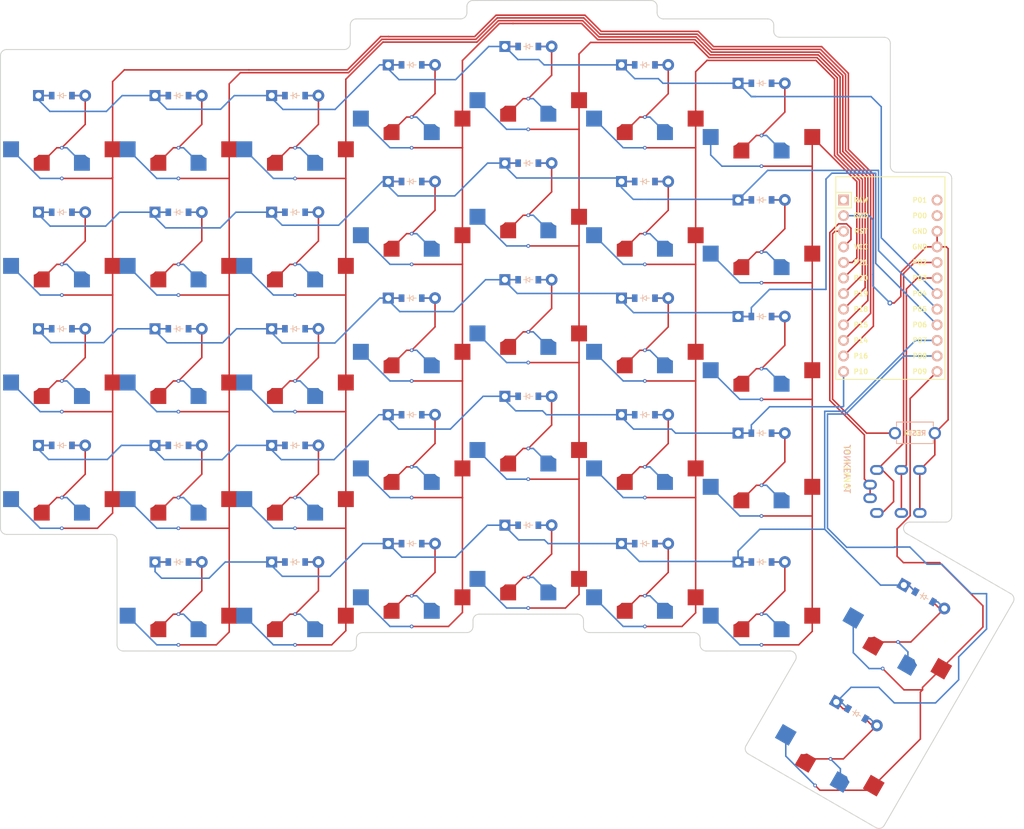
<source format=kicad_pcb>
(kicad_pcb (version 20211014) (generator pcbnew)
  (title_block (title "main") (rev "v1.0.0") (company "Unknown"))
  (layers (0 "F.Cu" signal) (31 "B.Cu" signal) (34 "B.Paste" user) (35 "F.Paste" user) (36 "B.SilkS" user "B.Silkscreen") (37 "F.SilkS" user "F.Silkscreen") (38 "B.Mask" user) (39 "F.Mask" user) (44 "Edge.Cuts" user))
  (net 0 "")
  (net 1 "macro_bottom")
  (net 2 "P10")
  (net 3 "P16")
  (net 4 "macro_home")
  (net 5 "P6")
  (net 6 "macro_top")
  (net 7 "P5")
  (net 8 "macro_numbers")
  (net 9 "P4")
  (net 10 "command_bottom")
  (net 11 "P14")
  (net 12 "command_home")
  (net 13 "command_top")
  (net 14 "command_numbers")
  (net 15 "pinky_bottom")
  (net 16 "P15")
  (net 17 "pinky_home")
  (net 18 "pinky_top")
  (net 19 "pinky_numbers")
  (net 20 "ring_bottom")
  (net 21 "P18")
  (net 22 "ring_home")
  (net 23 "ring_top")
  (net 24 "ring_numbers")
  (net 25 "middle_bottom")
  (net 26 "P19")
  (net 27 "middle_home")
  (net 28 "middle_top")
  (net 29 "middle_numbers")
  (net 30 "index_bottom")
  (net 31 "P20")
  (net 32 "index_home")
  (net 33 "index_top")
  (net 34 "index_numbers")
  (net 35 "inner_bottom")
  (net 36 "P21")
  (net 37 "inner_home")
  (net 38 "inner_top")
  (net 39 "inner_numbers")
  (net 40 "index_thumb")
  (net 41 "P7")
  (net 42 "inner_thumb")
  (net 43 "far_thumb")
  (net 44 "P9")
  (net 45 "near_thumb")
  (net 46 "P8")
  (net 47 "ctrl_thumb")
  (net 48 "meta_thumb")
  (net 49 "alt_thumb")
  (net 50 "fn_thumb")
  (net 51 "RAW")
  (net 52 "GND")
  (net 53 "RST")
  (net 54 "VCC")
  (net 55 "P1")
  (net 56 "P0")
  (net 57 "P2")
  (net 58 "P3")
  (footprint "VIA-0.6mm" (layer "F.Cu") (at 160.02 124.78)
    (fp_text reference "REF**" hide)
    (fp_text value "VIA-0.6mm" hide)
  )
  (footprint "ComboDiode" (layer "F.Cu") (at 160.02 57.28)
    (fp_text reference "D23" hide)
    (fp_text value "" hide)
  )
  (footprint "ComboDiode" (layer "F.Cu") (at 103.02 81.28)
    (fp_text reference "D10" hide)
    (fp_text value "" hide)
  )
  (footprint "VIA-0.6mm" (layer "F.Cu") (at 179.02 92.78)
    (fp_text reference "REF**" hide)
    (fp_text value "VIA-0.6mm" hide)
  )
  (footprint "VIA-0.6mm" (layer "F.Cu") (at 84.02 94.78)
    (fp_text reference "REF**" hide)
    (fp_text value "VIA-0.6mm" hide)
  )
  (footprint "VIA-0.6mm" (layer "F.Cu") (at 122.02 65.78)
    (fp_text reference "REF**" hide)
    (fp_text value "VIA-0.6mm" hide)
  )
  (footprint "VIA-0.6mm" (layer "F.Cu") (at 141.02 126.78)
    (fp_text reference "REF**" hide)
    (fp_text value "VIA-0.6mm" hide)
  )
  (footprint "PG1350" (layer "F.Cu") (at 84.02 67.28 180)
    (fp_text reference "S7" hide)
    (fp_text value "" hide)
  )
  (footprint "ComboDiode" (layer "F.Cu") (at 122.02 38.28)
    (fp_text reference "D16" hide)
    (fp_text value "" hide)
  )
  (footprint "ComboDiode" (layer "F.Cu") (at 194.52 144.002432 -30)
    (fp_text reference "D32" hide)
    (fp_text value "" hide)
  )
  (footprint "VIA-0.6mm" (layer "F.Cu") (at 179.02 111.78)
    (fp_text reference "REF**" hide)
    (fp_text value "VIA-0.6mm" hide)
  )
  (footprint "ComboDiode" (layer "F.Cu") (at 103.02 62.28)
    (fp_text reference "D11" hide)
    (fp_text value "" hide)
  )
  (footprint "VIA-0.6mm" (layer "F.Cu") (at 84.02 51.78)
    (fp_text reference "REF**" hide)
    (fp_text value "VIA-0.6mm" hide)
  )
  (footprint "VIA-0.6mm" (layer "F.Cu") (at 179.02 49.78)
    (fp_text reference "REF**" hide)
    (fp_text value "VIA-0.6mm" hide)
  )
  (footprint "ComboDiode" (layer "F.Cu") (at 179.02 119.28)
    (fp_text reference "D30" hide)
    (fp_text value "" hide)
  )
  (footprint "PG1350" (layer "F.Cu") (at 103.02 124.28 180)
    (fp_text reference "S34" hide)
    (fp_text value "" hide)
  )
  (footprint "VIA-0.6mm" (layer "F.Cu") (at 122.02 108.78)
    (fp_text reference "REF**" hide)
    (fp_text value "VIA-0.6mm" hide)
  )
  (footprint "ComboDiode" (layer "F.Cu") (at 179.02 79.28)
    (fp_text reference "D26" hide)
    (fp_text value "" hide)
  )
  (footprint "ComboDiode" (layer "F.Cu") (at 65.02 43.28)
    (fp_text reference "D4" hide)
    (fp_text value "" hide)
  )
  (footprint "ComboDiode" (layer "F.Cu") (at 160.02 95.28)
    (fp_text reference "D21" hide)
    (fp_text value "" hide)
  )
  (footprint "VIA-0.6mm" (layer "F.Cu") (at 122.02 89.78)
    (fp_text reference "REF**" hide)
    (fp_text value "VIA-0.6mm" hide)
  )
  (footprint "VIA-0.6mm" (layer "F.Cu") (at 84.02 108.78)
    (fp_text reference "REF**" hide)
    (fp_text value "VIA-0.6mm" hide)
  )
  (footprint "VIA-0.6mm" (layer "F.Cu") (at 179.02 73.78)
    (fp_text reference "REF**" hide)
    (fp_text value "VIA-0.6mm" hide)
  )
  (footprint "PG1350" (layer "F.Cu") (at 84.02 48.28 180)
    (fp_text reference "S8" hide)
    (fp_text value "" hide)
  )
  (footprint "PG1350" (layer "F.Cu") (at 103.02 105.28 180)
    (fp_text reference "S9" hide)
    (fp_text value "" hide)
  )
  (footprint "PG1350" (layer "F.Cu") (at 84.02 124.28 180)
    (fp_text reference "S33" hide)
    (fp_text value "" hide)
  )
  (footprint "ComboDiode" (layer "F.Cu") (at 65.02 62.28)
    (fp_text reference "D3" hide)
    (fp_text value "" hide)
  )
  (footprint "VIA-0.6mm" (layer "F.Cu") (at 160.02 46.78)
    (fp_text reference "REF**" hide)
    (fp_text value "VIA-0.6mm" hide)
  )
  (footprint "ComboDiode" (layer "F.Cu") (at 141.02 54.28)
    (fp_text reference "D19" hide)
    (fp_text value "" hide)
  )
  (footprint "VIA-0.6mm" (layer "F.Cu") (at 141.02 43.78)
    (fp_text reference "REF**" hide)
    (fp_text value "VIA-0.6mm" hide)
  )
  (footprint "VIA-0.6mm" (layer "F.Cu") (at 84.02 75.78)
    (fp_text reference "REF**" hide)
    (fp_text value "VIA-0.6mm" hide)
  )
  (footprint "ComboDiode" (layer "F.Cu") (at 103.02 43.28)
    (fp_text reference "D12" hide)
    (fp_text value "" hide)
  )
  (footprint "VIA-0.6mm" (layer "F.Cu") (at 141.02 100.78)
    (fp_text reference "REF**" hide)
    (fp_text value "VIA-0.6mm" hide)
  )
  (footprint "PG1350" (layer "F.Cu") (at 160.02 43.28 180)
    (fp_text reference "S24" hide)
    (fp_text value "" hide)
  )
  (footprint "VIA-0.6mm" (layer "F.Cu") (at 84.02 127.78)
    (fp_text reference "REF**" hide)
    (fp_text value "VIA-0.6mm" hide)
  )
  (footprint "VIA-0.6mm" (layer "F.Cu") (at 179.02 127.78)
    (fp_text reference "REF**" hide)
    (fp_text value "VIA-0.6mm" hide)
  )
  (footprint "TRRS-PJ-320A-dual" (layer "F.Cu") (at 208.02 111.28 -90)
    (fp_text reference "REF**")
    (fp_text value "TRRS-PJ-320A-dual")
  )
  (footprint "ComboDiode" (layer "F.Cu") (at 84.02 81.28)
    (fp_text reference "D6" hide)
    (fp_text value "" hide)
  )
  (footprint "VIA-0.6mm" (layer "F.Cu") (at 103.02 70.78)
    (fp_text reference "REF**" hide)
    (fp_text value "VIA-0.6mm" hide)
  )
  (footprint "VIA-0.6mm" (layer "F.Cu") (at 65.02 51.78)
    (fp_text reference "REF**" hide)
    (fp_text value "VIA-0.6mm" hide)
  )
  (footprint "PG1350" (layer "F.Cu") (at 192.02 148.332559 150)
    (fp_text reference "S32" hide)
    (fp_text value "" hide)
  )
  (footprint "ComboDiode" (layer "F.Cu") (at 84.02 100.28)
    (fp_text reference "D5" hide)
    (fp_text value "" hide)
  )
  (footprint "ComboDiode" (layer "F.Cu") (at 179.02 41.28)
    (fp_text reference "D28" hide)
    (fp_text value "" hide)
  )
  (footprint "PG1350" (layer "F.Cu") (at 179.02 103.28 180)
    (fp_text reference "S25" hide)
    (fp_text value "" hide)
  )
  (footprint "VIA-0.6mm" (layer "F.Cu") (at 141.02 105.78)
    (fp_text reference "REF**" hide)
    (fp_text value "VIA-0.6mm" hide)
  )
  (footprint "VIA-0.6mm" (layer "F.Cu") (at 103.02 132.78)
    (fp_text reference "REF**" hide)
    (fp_text value "VIA-0.6mm" hide)
  )
  (footprint "VIA-0.6mm" (layer "F.Cu") (at 122.02 103.78)
    (fp_text reference "REF**" hide)
    (fp_text value "VIA-0.6mm" hide)
  )
  (footprint "VIA-0.6mm" (layer "F.Cu") (at 103.02 56.78)
    (fp_text reference "REF**" hide)
    (fp_text value "VIA-0.6mm" hide)
  )
  (footprint "VIA-0.6mm" (layer "F.Cu") (at 179.02 132.78)
    (fp_text reference "REF**" hide)
    (fp_text value "VIA-0.6mm" hide)
  )
  (footprint "PG1350" (layer "F.Cu") (at 179.02 84.28 180)
    (fp_text reference "S26" hide)
    (fp_text value "" hide)
  )
  (footprint "VIA-0.6mm" (layer "F.Cu") (at 141.02 81.78)
    (fp_text reference "REF**" hide)
    (fp_text value "VIA-0.6mm" hide)
  )
  (footprint "VIA-0.6mm" (layer "F.Cu") (at 160.02 103.78)
    (fp_text reference "REF**" hide)
    (fp_text value "VIA-0.6mm" hide)
  )
  (footprint "PG1350" (layer "F.Cu") (at 84.02 86.28 180)
    (fp_text reference "S6" hide)
    (fp_text value "" hide)
  )
  (footprint "PG1350" (layer "F.Cu") (at 65.02 86.28 180)
    (fp_text reference "S2" hide)
    (fp_text value "" hide)
  )
  (footprint "VIA-0.6mm" (layer "F.Cu") (at 141.02 48.78)
    (fp_text reference "REF**" hide)
    (fp_text value "VIA-0.6mm" hide)
  )
  (footprint "VIA-0.6mm" (layer "F.Cu") (at 65.02 113.78)
    (fp_text reference "REF**" hide)
    (fp_text value "VIA-0.6mm" hide)
  )
  (footprint "VIA-0.6mm" (layer "F.Cu") (at 65.02 75.78)
    (fp_text reference "REF**" hide)
    (fp_text value "VIA-0.6mm" hide)
  )
  (footprint "ComboDiode" (layer "F.Cu") (at 122.02 116.28)
    (fp_text reference "D35" hide)
    (fp_text value "" hide)
  )
  (footprint "PG1350" (layer "F.Cu") (at 160.02 81.28 180)
    (fp_text reference "S22" hide)
    (fp_text value "" hide)
  )
  (footprint "PG1350" (layer "F.Cu") (at 122.02 43.28 180)
    (fp_text reference "S16" hide)
    (fp_text value "" hide)
  )
  (footprint "VIA-0.6mm" (layer "F.Cu") (at 65.02 56.78)
    (fp_text reference "REF**" hide)
    (fp_text value "VIA-0.6mm" hide)
  )
  (footprint "PG1350" (layer "F.Cu") (at 160.02 62.28 180)
    (fp_text reference "S23" hide)
    (fp_text value "" hide)
  )
  (footprint "PG1350" (layer "F.Cu") (at 122.02 100.28 180)
    (fp_text reference "S13" hide)
    (fp_text value "" hide)
  )
  (footprint "VIA-0.6mm" (layer "F.Cu") (at 122.02 51.78)
    (fp_text reference "REF**" hide)
    (fp_text value "VIA-0.6mm" hide)
  )
  (footprint "PG1350" (layer "F.Cu") (at 122.02 121.28 180)
    (fp_text reference "S35" hide)
    (fp_text value "" hide)
  )
  (footprint "VIA-0.6mm" (layer "F.Cu") (at 179.02 106.78)
    (fp_text reference "REF**" hide)
    (fp_text value "VIA-0.6mm" hide)
  )
  (footprint "VIA-0.6mm" (layer "F.Cu") (at 103.02 94.78)
    (fp_text reference "REF**" hide)
    (fp_text value "VIA-0.6mm" hide)
  )
  (footprint "PG1350" (layer "F.Cu") (at 103.02 86.28 180)
    (fp_text reference "S10" hide)
    (fp_text value "" hide)
  )
  (footprint "PG1350" (layer "F.Cu") (at 160.02 121.28 180)
    (fp_text reference "S29" hide)
    (fp_text value "" hide)
  )
  (footprint "VIA-0.6mm" (layer "F.Cu") (at 190.27 151.363648 -30)
    (fp_text reference "REF**" hide)
    (fp_text value "VIA-0.6mm" hide)
  )
  (footprint "VIA-0.6mm" (layer "F.Cu") (at 103.02 108.78)
    (fp_text reference "REF**" hide)
    (fp_text value "VIA-0.6mm" hide)
  )
  (footprint "VIA-0.6mm" (layer "F.Cu") (at 187.77 155.693775 -30)
    (fp_text reference "REF**" hide)
    (fp_text value "VIA-0.6mm" hide)
  )
  (footprint "PG1350" (layer "F.Cu") (at 65.02 67.28 180)
    (fp_text reference "S3" hide)
    (fp_text value "" hide)
  )
  (footprint "VIA-0.6mm" (layer "F.Cu") (at 122.02 84.78)
    (fp_text reference "REF**" hide)
    (fp_text value "VIA-0.6mm" hide)
  )
  (footprint "VIA-0.6mm" (layer "F.Cu") (at 160.02 65.78)
    (fp_text reference "REF**" hide)
    (fp_text value "VIA-0.6mm" hide)
  )
  (footprint "PG1350" (layer "F.Cu") (at 160.02 100.28 180)
    (fp_text reference "S21" hide)
    (fp_text value "" hide)
  )
  (footprint "VIA-0.6mm" (layer "F.Cu") (at 179.02 68.78)
    (fp_text reference "REF**" hide)
    (fp_text value "VIA-0.6mm" hide)
  )
  (footprint "PG1350" (layer "F.Cu") (at 103.02 48.28 180)
    (fp_text reference "S12" hide)
    (fp_text value "" hide)
  )
  (footprint "ComboDiode" (layer "F.Cu") (at 65.02 100.28)
    (fp_text reference "D1" hide)
    (fp_text value "" hide)
  )
  (footprint "PG1350" (layer "F.Cu") (at 141.02 118.28 180)
    (fp_text reference "S36" hide)
    (fp_text value "" hide)
  )
  (footprint "VIA-0.6mm" (layer "F.Cu") (at 141.02 86.78)
    (fp_text reference "REF**" hide)
    (fp_text value "VIA-0.6mm" hide)
  )
  (footprint "VIA-0.6mm" (layer "F.Cu") (at 84.02 89.78)
    (fp_text reference "REF**" hide)
    (fp_text value "VIA-0.6mm" hide)
  )
  (footprint "PG1350" (layer "F.Cu") (at 122.02 62.28 180)
    (fp_text reference "S15" hide)
    (fp_text value "" hide)
  )
  (footprint "PG1350" (layer "F.Cu") (at 103.02 67.28 180)
    (fp_text reference "S11" hide)
    (fp_text value "" hide)
  )
  (footprint "VIA-0.6mm" (layer "F.Cu") (at 84.02 70.78)
    (fp_text reference "REF**" hide)
    (fp_text value "VIA-0.6mm" hide)
  )
  (footprint "VIA-0.6mm" (layer "F.Cu") (at 160.02 129.78)
    (fp_text reference "REF**" hide)
    (fp_text value "VIA-0.6mm" hide)
  )
  (footprint "PG1350" (layer "F.Cu") (at 179.02 124.28 180)
    (fp_text reference "S30" hide)
    (fp_text value "" hide)
  )
  (footprint "VIA-0.6mm" (layer "F.Cu") (at 179.02 54.78)
    (fp_text reference "REF**" hide)
    (fp_text value "VIA-0.6mm" hide)
  )
  (footprint "ComboDiode" (layer "F.Cu") (at 84.02 62.28)
    (fp_text reference "D7" hide)
    (fp_text value "" hide)
  )
  (footprint "ComboDiode" (layer "F.Cu") (at 179.02 98.28)
    (fp_text reference "D25" hide)
    (fp_text value "" hide)
  )
  (footprint "VIA-0.6mm" (layer "F.Cu") (at 65.02 70.78)
    (fp_text reference "REF**" hide)
    (fp_text value "VIA-0.6mm" hide)
  )
  (footprint "ComboDiode" (layer "F.Cu") (at 205.52 124.949873 -30)
    (fp_text reference "D31" hide)
    (fp_text value "" hide)
  )
  (footprint "TACT_SWITCH_TVBP06" (layer "F.Cu") (at 204.02 98.28)
    (fp_text reference "B1" hide)
    (fp_text value "SW_RST" hide)
  )
  (footprint "PG1350" (layer "F.Cu") (at 203.02 129.28 150)
    (fp_text reference "S31" hide)
    (fp_text value "" hide)
  )
  (footprint "VIA-0.6mm" (layer "F.Cu") (at 122.02 124.78)
    (fp_text reference "REF**" hide)
    (fp_text value "VIA-0.6mm" hide)
  )
  (footprint "VIA-0.6mm" (layer "F.Cu") (at 160.02 51.78)
    (fp_text reference "REF**" hide)
    (fp_text value "VIA-0.6mm" hide)
  )
  (footprint "VIA-0.6mm" (layer "F.Cu") (at 160.02 108.78)
    (fp_text reference "REF**" hide)
    (fp_text value "VIA-0.6mm" hide)
  )
  (footprint "ComboDiode" (layer "F.Cu") (at 160.02 116.28)
    (fp_text reference "D29" hide)
    (fp_text value "" hide)
  )
  (footprint "VIA-0.6mm" (layer "F.Cu") (at 103.02 127.78)
    (fp_text reference "REF**" hide)
    (fp_text value "VIA-0.6mm" hide)
  )
  (footprint "VIA-0.6mm" (layer "F.Cu") (at 84.02 132.78)
    (fp_text reference "REF**" hide)
    (fp_text value "VIA-0.6mm" hide)
  )
  (footprint "ComboDiode" (layer "F.Cu") (at 179.02 60.28)
    (fp_text reference "D27" hide)
    (fp_text value "" hide)
  )
  (footprint "ComboDiode" (layer "F.Cu") (at 103.02 100.28)
    (fp_text reference "D9" hide)
    (fp_text value "" hide)
  )
  (footprint "ComboDiode" (layer "F.Cu") (at 84.02 119.28)
    (fp_text reference "D33" hide)
    (fp_text value "" hide)
  )
  (footprint "VIA-0.6mm" (layer "F.Cu") (at 65.02 89.78)
    (fp_text reference "REF**" hide)
    (fp_text value "VIA-0.6mm" hide)
  )
  (footprint "VIA-0.6mm" (layer "F.Cu") (at 122.02 129.78)
    (fp_text reference "REF**" hide)
    (fp_text value "VIA-0.6mm" hide)
  )
  (footprint "ComboDiode" (layer "F.Cu") (at 122.02 57.28)
    (fp_text reference "D15" hide)
    (fp_text value "" hide)
  )
  (footprint "PG1350" (layer "F.Cu") (at 141.02 97.28 180)
    (fp_text reference "S17" hide)
    (fp_text value "" hide)
  )
  (footprint "ComboDiode" (layer "F.Cu") (at 160.02 76.28)
    (fp_text reference "D22" hide)
    (fp_text value "" hide)
  )
  (footprint "PG1350" (layer "F.Cu") (at 141.02 40.28 180)
    (fp_text reference "S20" hide)
    (fp_text value "" hide)
  )
  (footprint "VIA-0.6mm" (layer "F.Cu") (at 103.02 89.78)
    (fp_text reference "REF**" hide)
    (fp_text value "VIA-0.6mm" hide)
  )
  (footprint "VIA-0.6mm" (layer "F.Cu") (at 198.77 136.641216 -30)
    (fp_text reference "REF**" hide)
    (fp_text value "VIA-0.6mm" hide)
  )
  (footprint "VIA-0.6mm" (layer "F.Cu") (at 103.02 75.78)
    (fp_text reference "REF**" hide)
    (fp_text value "VIA-0.6mm" hide)
  )
  (footprint "PG1350" (layer "F.Cu") (at 84.02 105.28 180)
    (fp_text reference "S5" hide)
    (fp_text value "" hide)
  )
  (footprint "PG1350" (layer "F.Cu") (at 141.02 78.28 180)
    (fp_text reference "S18" hide)
    (fp_text value "" hide)
  )
  (footprint "VIA-0.6mm" (layer "F.Cu") (at 160.02 70.78)
    (fp_text reference "REF**" hide)
    (fp_text value "VIA-0.6mm" hide)
  )
  (footprint "ComboDiode" (layer "F.Cu") (at 141.02 35.28)
    (fp_text reference "D20" hide)
    (fp_text value "" hide)
  )
  (footprint "PG1350" (layer "F.Cu") (at 141.02 59.28 180)
    (fp_text reference "S19" hide)
    (fp_text value "" hide)
  )
  (footprint "ComboDiode" (layer "F.Cu") (at 122.02 76.28)
    (fp_text reference "D14" hide)
    (fp_text value "" hide)
  )
  (footprint "VIA-0.6mm" (layer "F.Cu") (at 160.02 89.78)
    (fp_text reference "REF**" hide)
    (fp_text value "VIA-0.6mm" hide)
  )
  (footprint "VIA-0.6mm" (layer "F.Cu") (at 65.02 94.78)
    (fp_text reference "REF**" hide)
    (fp_text value "VIA-0.6mm" hide)
  )
  (footprint "VIA-0.6mm" (layer "F.Cu") (at 84.02 113.78)
    (fp_text reference "REF**" hide)
    (fp_text value "VIA-0.6mm" hide)
  )
  (footprint "PG1350" (layer "F.Cu") (at 122.02 81.28 180)
    (fp_text reference "S14" hide)
    (fp_text value "" hide)
  )
  (footprint "PG1350" (layer "F.Cu") (at 179.02 65.28 180)
    (fp_text reference "S27" hide)
    (fp_text value "" hide)
  )
  (footprint "VIA-0.6mm" (layer "F.Cu") (at 179.02 87.78)
    (fp_text reference "REF**" hide)
    (fp_text value "VIA-0.6mm" hide)
  )
  (footprint "ComboDiode" (layer "F.Cu") (at 122.02 95.28)
    (fp_text reference "D13" hide)
    (fp_text value "" hide)
  )
  (footprint "VIA-0.6mm" (layer "F.Cu") (at 65.02 108.78)
    (fp_text reference "REF**" hide)
    (fp_text value "VIA-0.6mm" hide)
  )
  (footprint "VIA-0.6mm" (layer "F.Cu") (at 103.02 113.78)
    (fp_text reference "REF**" hide)
    (fp_text value "VIA-0.6mm" hide)
  )
  (footprint "ComboDiode" (layer "F.Cu") (at 65.02 81.28)
    (fp_text reference "D2" hide)
    (fp_text value "" hide)
  )
  (footprint "PG1350" (layer "F.Cu") (at 179.02 46.28 180)
    (fp_text reference "S28" hide)
    (fp_text value "" hide)
  )
  (footprint "ComboDiode" (layer "F.Cu") (at 84.02 43.28)
    (fp_text reference "D8" hide)
    (fp_text value "" hide)
  )
  (footprint "VIA-0.6mm" (layer "F.Cu") (at 160.02 84.78)
    (fp_text reference "REF**" hide)
    (fp_text value "VIA-0.6mm" hide)
  )
  (footprint "ComboDiode" (layer "F.Cu") (at 141.02 92.28)
    (fp_text reference "D17" hide)
    (fp_text value "" hide)
  )
  (footprint "VIA-0.6mm" (layer "F.Cu") (at 122.02 46.78)
    (fp_text reference "REF**" hide)
    (fp_text value "VIA-0.6mm" hide)
  )
  (footprint "VIA-0.6mm" (layer "F.Cu") (at 141.02 62.78)
    (fp_text reference "REF**" hide)
    (fp_text value "VIA-0.6mm" hide)
  )
  (footprint "ProMicro" (layer "F.Cu") (at 200.02 74.28 -90)
    (fp_text reference "MCU1" hide)
    (fp_text value "" hide)
  )
  (footprint "VIA-0.6mm" (layer "F.Cu") (at 103.02 51.78)
    (fp_text reference "REF**" hide)
    (fp_text value "VIA-0.6mm" hide)
  )
  (footprint "VIA-0.6mm" (layer "F.Cu") (at 141.02 67.78)
    (fp_text reference "REF**" hide)
    (fp_text value "VIA-0.6mm" hide)
  )
  (footprint "PG1350" (layer "F.Cu") (at 65.02 48.28 180)
    (fp_text reference "S4" hide)
    (fp_text value "" hide)
  )
  (footprint "ComboDiode" (layer "F.Cu") (at 141.02 113.28)
    (fp_text reference "D36" hide)
    (fp_text value "" hide)
  )
  (footprint "ComboDiode" (layer "F.Cu") (at 141.02 73.28)
    (fp_text reference "D18" hide)
    (fp_text value "" hide)
  )
  (footprint "PG1350" (layer "F.Cu") (at 65.02 105.28 180)
    (fp_text reference "S1" hide)
    (fp_text value "" hide)
  )
  (footprint "ComboDiode" (layer "F.Cu") (at 160.02 38.28)
    (fp_text reference "D24" hide)
    (fp_text value "" hide)
  )
  (footprint "VIA-0.6mm" (layer "F.Cu") (at 122.02 70.78)
    (fp_text reference "REF**" hide)
    (fp_text value "VIA-0.6mm" hide)
  )
  (footprint "VIA-0.6mm" (layer "F.Cu") (at 201.27 132.311089 -30)
    (fp_text reference "REF**" hide)
    (fp_text value "VIA-0.6mm" hide)
  )
  (footprint "VIA-0.6mm" (layer "F.Cu") (at 141.02 121.78)
    (fp_text reference "REF**" hide)
    (fp_text value "VIA-0.6mm" hide)
  )
  (footprint "VIA-0.6mm" (layer "F.Cu") (at 84.02 56.78)
    (fp_text reference "REF**" hide)
    (fp_text value "VIA-0.6mm" hide)
  )
  (footprint "ComboDiode" (layer "F.Cu") (at 103.02 119.28)
    (fp_text reference "D34" hide)
    (fp_text value "" hide)
  )
  (gr_line (start 150.02 129.78) (end 150.02 128.78) (layer "Edge.Cuts") (width 0.15))
  (gr_arc (start 132.02 129.78) (mid 131.727107 130.487107) (end 131.02 130.78) (layer "Edge.Cuts") (width 0.15))
  (gr_arc (start 131.02 29.78) (mid 130.727107 30.487107) (end 130.02 30.78) (layer "Edge.Cuts") (width 0.15))
  (gr_line (start 75.02 133.78) (end 112.02 133.78) (layer "Edge.Cuts") (width 0.15))
  (gr_line (start 170.02 133.78) (end 183.678766 133.78) (layer "Edge.Cuts") (width 0.15))
  (gr_line (start 114.02 130.78) (end 131.02 130.78) (layer "Edge.Cuts") (width 0.15))
  (gr_arc (start 55.02 36.78) (mid 55.312893 36.072893) (end 56.02 35.78) (layer "Edge.Cuts") (width 0.15))
  (gr_arc (start 182.02 33.78) (mid 181.312893 33.487107) (end 181.02 32.78) (layer "Edge.Cuts") (width 0.15))
  (gr_line (start 163.02 30.78) (end 180.02 30.78) (layer "Edge.Cuts") (width 0.15))
  (gr_arc (start 210.02 111.78) (mid 209.727107 112.487107) (end 209.02 112.78) (layer "Edge.Cuts") (width 0.15))
  (gr_arc (start 183.678766 133.78) (mid 184.544791 134.28) (end 184.544791 135.28) (layer "Edge.Cuts") (width 0.15))
  (gr_arc (start 73.02 114.78) (mid 73.727107 115.072893) (end 74.02 115.78) (layer "Edge.Cuts") (width 0.15))
  (gr_arc (start 56.02 114.78) (mid 55.312893 114.487107) (end 55.02 113.78) (layer "Edge.Cuts") (width 0.15))
  (gr_line (start 55.02 113.78) (end 55.02 36.78) (layer "Edge.Cuts") (width 0.15))
  (gr_line (start 113.02 30.78) (end 130.02 30.78) (layer "Edge.Cuts") (width 0.15))
  (gr_arc (start 161.02 27.78) (mid 161.727107 28.072893) (end 162.02 28.78) (layer "Edge.Cuts") (width 0.15))
  (gr_arc (start 199.02833 162.193775) (mid 198.421124 162.659701) (end 197.662305 162.5598) (layer "Edge.Cuts") (width 0.15))
  (gr_line (start 132.02 27.78) (end 161.02 27.78) (layer "Edge.Cuts") (width 0.15))
  (gr_line (start 56.02 114.78) (end 73.02 114.78) (layer "Edge.Cuts") (width 0.15))
  (gr_arc (start 132.02 128.78) (mid 132.312893 128.072893) (end 133.02 127.78) (layer "Edge.Cuts") (width 0.15))
  (gr_line (start 151.02 130.78) (end 168.02 130.78) (layer "Edge.Cuts") (width 0.15))
  (gr_line (start 113.02 131.78) (end 113.02 132.78) (layer "Edge.Cuts") (width 0.15))
  (gr_arc (start 151.02 130.78) (mid 150.312893 130.487107) (end 150.02 129.78) (layer "Edge.Cuts") (width 0.15))
  (gr_line (start 131.02 29.78) (end 131.02 28.78) (layer "Edge.Cuts") (width 0.15))
  (gr_line (start 74.02 132.78) (end 74.02 115.78) (layer "Edge.Cuts") (width 0.15))
  (gr_arc (start 199.02 33.78) (mid 199.727107 34.072893) (end 200.02 34.78) (layer "Edge.Cuts") (width 0.15))
  (gr_arc (start 201.02 55.78) (mid 200.312893 55.487107) (end 200.02 54.78) (layer "Edge.Cuts") (width 0.15))
  (gr_arc (start 209.02 55.78) (mid 209.727107 56.072893) (end 210.02 56.78) (layer "Edge.Cuts") (width 0.15))
  (gr_arc (start 180.02 30.78) (mid 180.727107 31.072893) (end 181.02 31.78) (layer "Edge.Cuts") (width 0.15))
  (gr_arc (start 219.662305 124.454683) (mid 220.128231 125.061889) (end 220.02833 125.820708) (layer "Edge.Cuts") (width 0.15))
  (gr_line (start 209.52833 144.007241) (end 220.02833 125.820708) (layer "Edge.Cuts") (width 0.15))
  (gr_arc (start 131.02 28.78) (mid 131.312893 28.072893) (end 132.02 27.78) (layer "Edge.Cuts") (width 0.15))
  (gr_line (start 201.02 55.78) (end 209.02 55.78) (layer "Edge.Cuts") (width 0.15))
  (gr_arc (start 149.02 127.78) (mid 149.727107 128.072893) (end 150.02 128.78) (layer "Edge.Cuts") (width 0.15))
  (gr_arc (start 113.02 131.78) (mid 113.312893 131.072893) (end 114.02 130.78) (layer "Edge.Cuts") (width 0.15))
  (gr_arc (start 112.02 34.78) (mid 111.727107 35.487107) (end 111.02 35.78) (layer "Edge.Cuts") (width 0.15))
  (gr_line (start 200.02 54.78) (end 200.02 34.78) (layer "Edge.Cuts") (width 0.15))
  (gr_line (start 181.02 31.78) (end 181.02 32.78) (layer "Edge.Cuts") (width 0.15))
  (gr_arc (start 75.02 133.78) (mid 74.312893 133.487107) (end 74.02 132.78) (layer "Edge.Cuts") (width 0.15))
  (gr_line (start 176.51167 149.193775) (end 184.544791 135.28) (layer "Edge.Cuts") (width 0.15))
  (gr_line (start 169.02 132.78) (end 169.02 131.78) (layer "Edge.Cuts") (width 0.15))
  (gr_arc (start 112.02 31.78) (mid 112.312893 31.072893) (end 113.02 30.78) (layer "Edge.Cuts") (width 0.15))
  (gr_line (start 199.02833 162.193775) (end 209.52833 144.007241) (layer "Edge.Cuts") (width 0.15))
  (gr_line (start 162.02 28.78) (end 162.02 29.78) (layer "Edge.Cuts") (width 0.15))
  (gr_arc (start 163.02 30.78) (mid 162.312893 30.487107) (end 162.02 29.78) (layer "Edge.Cuts") (width 0.15))
  (gr_line (start 56.02 35.78) (end 111.02 35.78) (layer "Edge.Cuts") (width 0.15))
  (gr_line (start 132.02 128.78) (end 132.02 129.78) (layer "Edge.Cuts") (width 0.15))
  (gr_arc (start 113.02 132.78) (mid 112.727107 133.487107) (end 112.02 133.78) (layer "Edge.Cuts") (width 0.15))
  (gr_line (start 112.02 34.78) (end 112.02 31.78) (layer "Edge.Cuts") (width 0.15))
  (gr_arc (start 202.673212 114.646025) (mid 202.207287 113.521181) (end 203.173212 112.78) (layer "Edge.Cuts") (width 0.15))
  (gr_arc (start 176.877695 150.5598) (mid 176.411769 149.952594) (end 176.51167 149.193775) (layer "Edge.Cuts") (width 0.15))
  (gr_line (start 202.673212 114.646025) (end 219.662305 124.454683) (layer "Edge.Cuts") (width 0.15))
  (gr_line (start 210.02 111.78) (end 210.02 56.78) (layer "Edge.Cuts") (width 0.15))
  (gr_line (start 209.02 112.78) (end 203.173212 112.78) (layer "Edge.Cuts") (width 0.15))
  (gr_line (start 182.02 33.78) (end 199.02 33.78) (layer "Edge.Cuts") (width 0.15))
  (gr_line (start 133.02 127.78) (end 149.02 127.78) (layer "Edge.Cuts") (width 0.15))
  (gr_arc (start 168.02 130.78) (mid 168.727107 131.072893) (end 169.02 131.78) (layer "Edge.Cuts") (width 0.15))
  (gr_arc (start 170.02 133.78) (mid 169.312893 133.487107) (end 169.02 132.78) (layer "Edge.Cuts") (width 0.15))
  (gr_line (start 176.877695 150.5598) (end 197.662305 162.5598) (layer "Edge.Cuts") (width 0.15))
  (gr_text "JONKEY v1" (at 193.04 104.14 90) (layer "B.SilkS") (effects (font (size 1 1)) (justify mirror)))
  (gr_text "JONKEY v1" (at 193.04 104.14 90) (layer "F.SilkS") (effects (font (size 1 1))))
  (segment (start 65.02 108.78) (end 64.195 108.78) (width 0.25) (layer "F.Cu") (net 1))
  (segment (start 68.83 100.28) (end 66.67 100.28) (width 0.25) (layer "F.Cu") (net 1))
  (segment (start 64.195 108.78) (end 61.745 111.23) (width 0.25) (layer "F.Cu") (net 1))
  (segment (start 65.02 108.78) (end 68.83 104.97) (width 0.25) (layer "F.Cu") (net 1))
  (segment (start 68.83 104.97) (end 68.83 100.28) (width 0.25) (layer "F.Cu") (net 1))
  (segment (start 66.67 100.28) (end 68.83 100.28) (width 0.25) (layer "B.Cu") (net 1))
  (segment (start 65.02 108.78) (end 65.845 108.78) (width 0.25) (layer "B.Cu") (net 1))
  (segment (start 65.845 108.78) (end 68.295 111.23) (width 0.25) (layer "B.Cu") (net 1))
  (segment (start 177.37 98.28) (end 175.21 98.28) (width 0.25) (layer "F.Cu") (net 2))
  (segment (start 158.37 95.28) (end 156.21 95.28) (width 0.25) (layer "F.Cu") (net 2))
  (segment (start 82.37 100.28) (end 80.21 100.28) (width 0.25) (layer "F.Cu") (net 2))
  (segment (start 120.37 95.28) (end 118.21 95.28) (width 0.25) (layer "F.Cu") (net 2))
  (segment (start 101.37 100.28) (end 99.21 100.28) (width 0.25) (layer "F.Cu") (net 2))
  (segment (start 63.37 100.28) (end 61.21 100.28) (width 0.25) (layer "F.Cu") (net 2))
  (segment (start 137.21 92.28) (end 139.37 92.28) (width 0.25) (layer "F.Cu") (net 2))
  (segment (start 99.21 100.28) (end 101.37 100.28) (width 0.25) (layer "B.Cu") (net 2))
  (segment (start 109.378065 102.600721) (end 100.785543 102.600721) (width 0.25) (layer "B.Cu") (net 2))
  (segment (start 74.724903 100.28) (end 72.433113 102.57179) (width 0.25) (layer "B.Cu") (net 2))
  (segment (start 156.21 95.28) (end 158.37 95.28) (width 0.25) (layer "B.Cu") (net 2))
  (segment (start 143.977359 95.28) (end 143.342041 94.644682) (width 0.25) (layer "B.Cu") (net 2))
  (segment (start 128.327903 97.624581) (end 119.880036 97.624581) (width 0.25) (layer "B.Cu") (net 2))
  (segment (start 93.472224 100.28) (end 91.151503 102.600721) (width 0.25) (layer "B.Cu") (net 2))
  (segment (start 143.342041 94.644682) (end 138.97453 94.644682) (width 0.25) (layer "B.Cu") (net 2))
  (segment (start 118.21 95.954545) (end 118.21 95.28) (width 0.25) (layer "B.Cu") (net 2))
  (segment (start 177.37 96.95) (end 177.37 98.28) (width 0.25) (layer "B.Cu") (net 2))
  (segment (start 119.880036 97.624581) (end 118.21 95.954545) (width 0.25) (layer "B.Cu") (net 2))
  (segment (start 116.698786 95.28) (end 109.378065 102.600721) (width 0.25) (layer "B.Cu") (net 2))
  (segment (start 165.024033 98.28) (end 164.368614 97.624581) (width 0.25) (layer "B.Cu") (net 2))
  (segment (start 192.4 88.25) (end 192.4 93.891634) (width 0.25) (layer "B.Cu") (net 2))
  (segment (start 177.37 98.28) (end 175.21 98.28) (width 0.25) (layer "B.Cu") (net 2))
  (segment (start 156.21 95.649834) (end 156.21 95.28) (width 0.25) (layer "B.Cu") (net 2))
  (segment (start 175.21 98.28) (end 165.024033 98.28) (width 0.25) (layer "B.Cu") (net 2))
  (segment (start 61.21 100.924855) (end 61.21 100.28) (width 0.25) (layer "B.Cu") (net 2))
  (segment (start 81.691049 102.600721) (end 80.21 101.119672) (width 0.25) (layer "B.Cu") (net 2))
  (segment (start 133.672484 92.28) (end 128.327903 97.624581) (width 0.25) (layer "B.Cu") (net 2))
  (segment (start 80.21 101.119672) (end 80.21 100.28) (width 0.25) (layer "B.Cu") (net 2))
  (segment (start 100.785543 102.600721) (end 99.21 101.025178) (width 0.25) (layer "B.Cu") (net 2))
  (segment (start 72.433113 102.57179) (end 62.856935 102.57179) (width 0.25) (layer "B.Cu") (net 2))
  (segment (start 192.311634 93.98) (end 180.34 93.98) (width 0.25) (layer "B.Cu") (net 2))
  (segment (start 118.21 95.28) (end 116.698786 95.28) (width 0.25) (layer "B.Cu") (net 2))
  (segment (start 99.21 100.28) (end 93.472224 100.28) (width 0.25) (layer "B.Cu") (net 2))
  (segment (start 192.4 93.891634) (end 192.311634 93.98) (width 0.25) (layer "B.Cu") (net 2))
  (segment (start 137.21 92.28) (end 139.37 92.28) (width 0.25) (layer "B.Cu") (net 2))
  (segment (start 137.21 92.28) (end 133.672484 92.28) (width 0.25) (layer "B.Cu") (net 2))
  (segment (start 80.21 100.28) (end 82.37 100.28) (width 0.25) (layer "B.Cu") (net 2))
  (segment (start 118.21 95.28) (end 120.37 95.28) (width 0.25) (layer "B.Cu") (net 2))
  (segment (start 62.856935 102.57179) (end 61.21 100.924855) (width 0.25) (layer "B.Cu") (net 2))
  (segment (start 99.21 101.025178) (end 99.21 100.28) (width 0.25) (layer "B.Cu") (net 2))
  (segment (start 91.151503 102.600721) (end 81.691049 102.600721) (width 0.25) (layer "B.Cu") (net 2))
  (segment (start 138.97453 94.644682) (end 137.21 92.880152) (width 0.25) (layer "B.Cu") (net 2))
  (segment (start 180.34 93.98) (end 177.37 96.95) (width 0.25) (layer "B.Cu") (net 2))
  (segment (start 61.21 100.28) (end 63.37 100.28) (width 0.25) (layer "B.Cu") (net 2))
  (segment (start 137.21 92.880152) (end 137.21 92.28) (width 0.25) (layer "B.Cu") (net 2))
  (segment (start 158.184747 97.624581) (end 156.21 95.649834) (width 0.25) (layer "B.Cu") (net 2))
  (segment (start 164.368614 97.624581) (end 158.184747 97.624581) (width 0.25) (layer "B.Cu") (net 2))
  (segment (start 156.21 95.28) (end 143.977359 95.28) (width 0.25) (layer "B.Cu") (net 2))
  (segment (start 80.21 100.28) (end 74.724903 100.28) (width 0.25) (layer "B.Cu") (net 2))
  (segment (start 95.495917 39.092776) (end 75.207176 39.092776) (width 0.25) (layer "F.Cu") (net 3))
  (segment (start 135.774589 30.178715) (end 132.286924 33.666379) (width 0.25) (layer "F.Cu") (net 3))
  (segment (start 73.295 52.03) (end 73.295 56.611499) (width 0.25) (layer "F.Cu") (net 3))
  (segment (start 65.02 94.78) (end 73.248963 94.78) (width 0.25) (layer "F.Cu") (net 3))
  (segment (start 152.905525 32.823647) (end 150.260591 30.178715) (width 0.25) (layer "F.Cu") (net 3))
  (segment (start 73.295 75.748764) (end 73.295 90.03) (width 0.25) (layer "F.Cu") (net 3))
  (segment (start 118.258461 33.666379) (end 118.254863 33.662781) (width 0.25) (layer "F.Cu") (net 3))
  (segment (start 168.746083 32.823647) (end 152.905525 32.823647) (width 0.25) (layer "F.Cu") (net 3))
  (segment (start 70.815288 113.78) (end 70.816982 113.781694) (width 0.25) (layer "F.Cu") (net 3))
  (segment (start 73.126499 56.78) (end 73.295 56.611499) (width 0.25) (layer "F.Cu") (net 3))
  (segment (start 73.295 40.997106) (end 73.295 52.03) (width 0.25) (layer "F.Cu") (net 3))
  (segment (start 132.286924 33.666379) (end 118.258461 33.666379) (width 0.25) (layer "F.Cu") (net 3))
  (segment (start 73.263764 75.78) (end 73.295 75.748764) (width 0.25) (layer "F.Cu") (net 3))
  (segment (start 111.539901 39.096859) (end 95.5 39.096859) (width 0.25) (layer "F.Cu") (net 3))
  (segment (start 95.5 39.096859) (end 95.495917 39.092776) (width 0.25) (layer "F.Cu") (net 3))
  (segment (start 65.02 56.78) (end 73.126499 56.78) (width 0.25) (layer "F.Cu") (net 3))
  (segment (start 193.177959 52.032864) (end 193.177959 39.653799) (width 0.25) (layer "F.Cu") (net 3))
  (segment (start 171.222166 35.299728) (end 168.746083 32.823647) (width 0.25) (layer "F.Cu") (net 3))
  (segment (start 75.203253 39.088853) (end 73.295 40.997106) (width 0.25) (layer "F.Cu") (net 3))
  (segment (start 73.295 94.826037) (end 73.295 109.03) (width 0.25) (layer "F.Cu") (net 3))
  (segment (start 197.25712 80.85288) (end 197.25712 56.112026) (width 0.25) (layer "F.Cu") (net 3))
  (segment (start 188.823888 35.299728) (end 171.222166 35.299728) (width 0.25) (layer "F.Cu") (net 3))
  (segment (start 65.02 113.78) (end 70.815288 113.78) (width 0.25) (layer "F.Cu") (net 3))
  (segment (start 65.02 75.78) (end 73.263764 75.78) (width 0.25) (layer "F.Cu") (net 3))
  (segment (start 192.4 85.71) (end 197.25712 80.85288) (width 0.25) (layer "F.Cu") (net 3))
  (segment (start 73.295 71.03) (end 73.295 75.748764) (width 0.25) (layer "F.Cu") (net 3))
  (segment (start 197.25712 56.112026) (end 193.177959 52.032864) (width 0.25) (layer "F.Cu") (net 3))
  (segment (start 73.295 90.03) (end 73.295 94.826037) (width 0.25) (layer "F.Cu") (net 3))
  (segment (start 75.207176 39.092776) (end 75.203253 39.088853) (width 0.25) (layer "F.Cu") (net 3))
  (segment (start 150.260591 30.178715) (end 135.774589 30.178715) (width 0.25) (layer "F.Cu") (net 3))
  (segment (start 73.295 111.303676) (end 73.295 109.03) (width 0.25) (layer "F.Cu") (net 3))
  (segment (start 70.816982 113.781694) (end 73.295 111.303676) (width 0.25) (layer "F.Cu") (net 3))
  (segment (start 73.248963 94.78) (end 73.295 94.826037) (width 0.25) (layer "F.Cu") (net 3))
  (segment (start 116.97398 33.662781) (end 111.539901 39.096859) (width 0.25) (layer "F.Cu") (net 3))
  (segment (start 118.254863 33.662781) (end 116.97398 33.662781) (width 0.25) (layer "F.Cu") (net 3))
  (segment (start 73.295 56.611499) (end 73.295 71.03) (width 0.25) (layer "F.Cu") (net 3))
  (segment (start 193.177959 39.653799) (end 188.823888 35.299728) (width 0.25) (layer "F.Cu") (net 3))
  (segment (start 61.495 56.78) (end 65.02 56.78) (width 0.25) (layer "B.Cu") (net 3))
  (segment (start 61.495 94.78) (end 65.02 94.78) (width 0.25) (layer "B.Cu") (net 3))
  (segment (start 61.495 75.78) (end 65.02 75.78) (width 0.25) (layer "B.Cu") (net 3))
  (segment (start 56.745 109.03) (end 61.495 113.78) (width 0.25) (layer "B.Cu") (net 3))
  (segment (start 56.745 71.03) (end 61.495 75.78) (width 0.25) (layer "B.Cu") (net 3))
  (segment (start 56.745 90.03) (end 61.495 94.78) (width 0.25) (layer "B.Cu") (net 3))
  (segment (start 56.745 52.03) (end 61.495 56.78) (width 0.25) (layer "B.Cu") (net 3))
  (segment (start 61.495 113.78) (end 65.02 113.78) (width 0.25) (layer "B.Cu") (net 3))
  (segment (start 65.02 89.78) (end 64.195 89.78) (width 0.25) (layer "F.Cu") (net 4))
  (segment (start 68.83 85.97) (end 68.83 81.28) (width 0.25) (layer "F.Cu") (net 4))
  (segment (start 68.83 81.28) (end 66.67 81.28) (width 0.25) (layer "F.Cu") (net 4))
  (segment (start 64.195 89.78) (end 61.745 92.23) (width 0.25) (layer "F.Cu") (net 4))
  (segment (start 65.02 89.78) (end 68.83 85.97) (width 0.25) (layer "F.Cu") (net 4))
  (segment (start 65.845 89.78) (end 68.295 92.23) (width 0.25) (layer "B.Cu") (net 4))
  (segment (start 65.02 89.78) (end 65.845 89.78) (width 0.25) (layer "B.Cu") (net 4))
  (segment (start 66.67 81.28) (end 68.83 81.28) (width 0.25) (layer "B.Cu") (net 4))
  (segment (start 63.37 81.28) (end 61.21 81.28) (width 0.25) (layer "F.Cu") (net 5))
  (segment (start 156.21 76.28) (end 158.37 76.28) (width 0.25) (layer "F.Cu") (net 5))
  (segment (start 175.21 79.28) (end 177.37 79.28) (width 0.25) (layer "F.Cu") (net 5))
  (segment (start 139.37 73.28) (end 137.21 73.28) (width 0.25) (layer "F.Cu") (net 5))
  (segment (start 118.21 76.28) (end 120.37 76.28) (width 0.25) (layer "F.Cu") (net 5))
  (segment (start 101.37 81.28) (end 99.21 81.28) (width 0.25) (layer "F.Cu") (net 5))
  (segment (start 82.37 81.28) (end 80.21 81.28) (width 0.25) (layer "F.Cu") (net 5))
  (segment (start 82.176945 83.565553) (end 80.21 81.598608) (width 0.25) (layer "B.Cu") (net 5))
  (segment (start 99.21 81.90915) (end 99.21 81.28) (width 0.25) (layer "B.Cu") (net 5))
  (segment (start 109.516787 83.594484) (end 100.895334 83.594484) (width 0.25) (layer "B.Cu") (net 5))
  (segment (start 156.21 76.28) (end 158.37 76.28) (width 0.25) (layer "B.Cu") (net 5))
  (segment (start 156.21 76.678459) (end 156.21 76.28) (width 0.25) (layer "B.Cu") (net 5))
  (segment (start 118.21 76.28) (end 116.831271 76.28) (width 0.25) (layer "B.Cu") (net 5))
  (segment (start 99.21 81.28) (end 93.488984 81.28) (width 0.25) (layer "B.Cu") (net 5))
  (segment (start 175.21 79.28) (end 177.37 79.28) (width 0.25) (layer "B.Cu") (net 5))
  (segment (start 180.333503 74.859232) (end 177.37 77.822735) (width 0.25) (layer "B.Cu") (net 5))
  (segment (start 155.45272 75.52272) (end 139.228977 75.52272) (width 0.25) (layer "B.Cu") (net 5))
  (segment (start 197.640899 55.921153) (end 190.484445 55.921153) (width 0.25) (layer "B.Cu") (net 5))
  (segment (start 189.535631 74.855437) (end 189.531836 74.859232) (width 0.25) (layer "B.Cu") (net 5))
  (segment (start 189.535631 56.869967) (end 189.535631 74.855437) (width 0.25) (layer "B.Cu") (net 5))
  (segment (start 80.21 81.28) (end 74.105181 81.28) (width 0.25) (layer "B.Cu") (net 5))
  (segment (start 177.37 77.822735) (end 177.37 79.28) (width 0.25) (layer "B.Cu") (net 5))
  (segment (start 63.198175 83.536621) (end 61.21 81.548446) (width 0.25) (layer "B.Cu") (net 5))
  (segment (start 93.488984 81.28) (end 91.203431 83.565553) (width 0.25) (layer "B.Cu") (net 5))
  (segment (start 118.21 76.607067) (end 118.21 76.28) (width 0.25) (layer "B.Cu") (net 5))
  (segment (start 139.228977 75.52272) (end 137.21 73.503743) (width 0.25) (layer "B.Cu") (net 5))
  (segment (start 100.895334 83.594484) (end 99.21 81.90915) (width 0.25) (layer "B.Cu") (net 5))
  (segment (start 190.484445 55.921153) (end 189.535631 56.869967) (width 0.25) (layer "B.Cu") (net 5))
  (segment (start 91.203431 83.565553) (end 82.176945 83.565553) (width 0.25) (layer "B.Cu") (net 5))
  (segment (start 175.21 79.28) (end 174.577274 78.647274) (width 0.25) (layer "B.Cu") (net 5))
  (segment (start 134.065348 73.28) (end 128.87166 78.473688) (width 0.25) (layer "B.Cu") (net 5))
  (segment (start 80.21 81.598608) (end 80.21 81.28) (width 0.25) (layer "B.Cu") (net 5))
  (segment (start 156.21 76.28) (end 155.45272 75.52272) (width 0.25) (layer "B.Cu") (net 5))
  (segment (start 128.87166 78.473688) (end 120.076621 78.473688) (width 0.25) (layer "B.Cu") (net 5))
  (segment (start 137.21 73.28) (end 134.065348 73.28) (width 0.25) (layer "B.Cu") (net 5))
  (segment (start 71.84856 83.536621) (end 63.198175 83.536621) (width 0.25) (layer "B.Cu") (net 5))
  (segment (start 61.21 81.548446) (end 61.21 81.28) (width 0.25) (layer "B.Cu") (net 5))
  (segment (start 207.64 80.63) (end 197.640899 70.630899) (width 0.25) (layer "B.Cu") (net 5))
  (segment (start 116.831271 76.28) (end 109.516787 83.594484) (width 0.25) (layer "B.Cu") (net 5))
  (segment (start 197.640899 70.630899) (end 197.640899 55.921153) (width 0.25) (layer "B.Cu") (net 5))
  (segment (start 99.21 81.28) (end 101.37 81.28) (width 0.25) (layer "B.Cu") (net 5))
  (segment (start 158.178815 78.647274) (end 156.21 76.678459) (width 0.25) (layer "B.Cu") (net 5))
  (segment (start 61.21 81.28) (end 63.37 81.28) (width 0.25) (layer "B.Cu") (net 5))
  (segment (start 80.21 81.28) (end 82.37 81.28) (width 0.25) (layer "B.Cu") (net 5))
  (segment (start 118.21 76.28) (end 120.37 76.28) (width 0.25) (layer "B.Cu") (net 5))
  (segment (start 120.076621 78.473688) (end 118.21 76.607067) (width 0.25) (layer "B.Cu") (net 5))
  (segment (start 74.105181 81.28) (end 71.84856 83.536621) (width 0.25) (layer "B.Cu") (net 5))
  (segment (start 174.577274 78.647274) (end 158.178815 78.647274) (width 0.25) (layer "B.Cu") (net 5))
  (segment (start 137.21 73.503743) (end 137.21 73.28) (width 0.25) (layer "B.Cu") (net 5))
  (segment (start 137.21 73.28) (end 139.37 73.28) (width 0.25) (layer "B.Cu") (net 5))
  (segment (start 189.531836 74.859232) (end 180.333503 74.859232) (width 0.25) (layer "B.Cu") (net 5))
  (segment (start 68.83 62.28) (end 66.67 62.28) (width 0.25) (layer "F.Cu") (net 6))
  (segment (start 65.02 70.78) (end 68.83 66.97) (width 0.25) (layer "F.Cu") (net 6))
  (segment (start 64.195 70.78) (end 65.02 70.78) (width 0.25) (layer "F.Cu") (net 6))
  (segment (start 61.745 73.23) (end 64.195 70.78) (width 0.25) (layer "F.Cu") (net 6))
  (segment (start 68.83 66.97) (end 68.83 62.28) (width 0.25) (layer "F.Cu") (net 6))
  (segment (start 66.67 62.28) (end 68.83 62.28) (width 0.25) (layer "B.Cu") (net 6))
  (segment (start 65.02 70.78) (end 65.845 70.78) (width 0.25) (layer "B.Cu") (net 6))
  (segment (start 65.845 70.78) (end 68.295 73.23) (width 0.25) (layer "B.Cu") (net 6))
  (segment (start 63.37 62.28) (end 61.21 62.28) (width 0.25) (layer "F.Cu") (net 7))
  (segment (start 139.37 54.28) (end 137.21 54.28) (width 0.25) (layer "F.Cu") (net 7))
  (segment (start 177.37 60.28) (end 175.21 60.28) (width 0.25) (layer "F.Cu") (net 7))
  (segment (start 82.37 62.28) (end 80.21 62.28) (width 0.25) (layer "F.Cu") (net 7))
  (segment (start 120.37 57.28) (end 118.21 57.28) (width 0.25) (layer "F.Cu") (net 7))
  (segment (start 158.37 57.28) (end 156.21 57.28) (width 0.25) (layer "F.Cu") (net 7))
  (segment (start 99.21 62.28) (end 101.37 62.28) (width 0.25) (layer "F.Cu") (net 7))
  (segment (start 118.21 57.28) (end 120.37 57.28) (width 0.25) (layer "B.Cu") (net 7))
  (segment (start 198.090419 68.540419) (end 198.090419 55.471633) (width 0.25) (layer "B.Cu") (net 7))
  (segment (start 156.21 57.28) (end 155.637135 56.707135) (width 0.25) (layer "B.Cu") (net 7))
  (segment (start 155.637135 56.707135) (end 139.114715 56.707135) (width 0.25) (layer "B.Cu") (net 7))
  (segment (start 180.018367 55.471633) (end 175.21 60.28) (width 0.25) (layer "B.Cu") (net 7))
  (segment (start 99.21 62.687067) (end 99.21 62.28) (width 0.25) (layer "B.Cu") (net 7))
  (segment (start 118.21 57.28) (end 117.248597 57.28) (width 0.25) (layer "B.Cu") (net 7))
  (segment (start 81.918028 64.83676) (end 80.21 63.128732) (width 0.25) (layer "B.Cu") (net 7))
  (segment (start 156.21 58.268418) (end 156.21 57.28) (width 0.25) (layer "B.Cu") (net 7))
  (segment (start 99.21 62.28) (end 101.37 62.28) (width 0.25) (layer "B.Cu") (net 7))
  (segment (start 72.168264 64.54745) (end 63.112845 64.54745) (width 0.25) (layer "B.Cu") (net 7))
  (segment (start 207.64 78.09) (end 198.090419 68.540419) (width 0.25) (layer "B.Cu") (net 7))
  (segment (start 156.21 57.28) (end 158.37 57.28) (width 0.25) (layer "B.Cu") (net 7))
  (segment (start 80.21 62.28) (end 82.37 62.28) (width 0.25) (layer "B.Cu") (net 7))
  (segment (start 175.21 60.28) (end 175.120979 60.190979) (width 0.25) (layer "B.Cu") (net 7))
  (segment (start 61.21 62.28) (end 63.37 62.28) (width 0.25) (layer "B.Cu") (net 7))
  (segment (start 175.21 60.28) (end 177.37 60.28) (width 0.25) (layer "B.Cu") (net 7))
  (segment (start 63.112845 64.54745) (end 61.21 62.644605) (width 0.25) (layer "B.Cu") (net 7))
  (segment (start 80.21 62.28) (end 74.435714 62.28) (width 0.25) (layer "B.Cu") (net 7))
  (segment (start 175.120979 60.190979) (end 158.132561 60.190979) (width 0.25) (layer "B.Cu") (net 7))
  (segment (start 74.435714 62.28) (end 72.168264 64.54745) (width 0.25) (layer "B.Cu") (net 7))
  (segment (start 118.21 58.050398) (end 118.21 57.28) (width 0.25) (layer "B.Cu") (net 7))
  (segment (start 117.248597 57.28) (end 110.125802 64.402795) (width 0.25) (layer "B.Cu") (net 7))
  (segment (start 110.125802 64.402795) (end 100.925728 64.402795) (width 0.25) (layer "B.Cu") (net 7))
  (segment (start 99.21 62.28) (end 93.385551 62.28) (width 0.25) (layer "B.Cu") (net 7))
  (segment (start 137.21 54.28) (end 139.37 54.28) (width 0.25) (layer "B.Cu") (net 7))
  (segment (start 90.828791 64.83676) (end 81.918028 64.83676) (width 0.25) (layer "B.Cu") (net 7))
  (segment (start 139.114715 56.707135) (end 137.21 54.80242) (width 0.25) (layer "B.Cu") (net 7))
  (segment (start 61.21 62.644605) (end 61.21 62.28) (width 0.25) (layer "B.Cu") (net 7))
  (segment (start 93.385551 62.28) (end 90.828791 64.83676) (width 0.25) (layer "B.Cu") (net 7))
  (segment (start 119.788773 59.629171) (end 118.21 58.050398) (width 0.25) (layer "B.Cu") (net 7))
  (segment (start 158.132561 60.190979) (end 156.21 58.268418) (width 0.25) (layer "B.Cu") (net 7))
  (segment (start 100.925728 64.402795) (end 99.21 62.687067) (width 0.25) (layer "B.Cu") (net 7))
  (segment (start 80.21 63.128732) (end 80.21 62.28) (width 0.25) (layer "B.Cu") (net 7))
  (segment (start 198.090419 55.471633) (end 180.018367 55.471633) (width 0.25) (layer "B.Cu") (net 7))
  (segment (start 134.39588 54.28) (end 129.046709 59.629171) (width 0.25) (layer "B.Cu") (net 7))
  (segment (start 137.21 54.80242) (end 137.21 54.28) (width 0.25) (layer "B.Cu") (net 7))
  (segment (start 129.046709 59.629171) (end 119.788773 59.629171) (width 0.25) (layer "B.Cu") (net 7))
  (segment (start 137.21 54.28) (end 134.39588 54.28) (width 0.25) (layer "B.Cu") (net 7))
  (segment (start 65.02 51.78) (end 64.195 51.78) (width 0.25) (layer "F.Cu") (net 8))
  (segment (start 65.02 51.78) (end 68.83 47.97) (width 0.25) (layer "F.Cu") (net 8))
  (segment (start 68.83 47.97) (end 68.83 43.28) (width 0.25) (layer "F.Cu") (net 8))
  (segment (start 64.195 51.78) (end 61.745 54.23) (width 0.25) (layer "F.Cu") (net 8))
  (segment (start 66.67 43.28) (end 68.83 43.28) (width 0.25) (layer "F.Cu") (net 8))
  (segment (start 65.02 51.78) (end 65.845 51.78) (width 0.25) (layer "B.Cu") (net 8))
  (segment (start 66.67 43.28) (end 68.83 43.28) (width 0.25) (layer "B.Cu") (net 8))
  (segment (start 65.845 51.78) (end 68.295 54.23) (width 0.25) (layer "B.Cu") (net 8))
  (segment (start 177.37 41.28) (end 175.21 41.28) (width 0.25) (layer "F.Cu") (net 9))
  (segment (start 101.37 43.28) (end 99.21 43.28) (width 0.25) (layer "F.Cu") (net 9))
  (segment (start 80.21 43.28) (end 82.37 43.28) (width 0.25) (layer "F.Cu") (net 9))
  (segment (start 139.37 35.28) (end 137.21 35.28) (width 0.25) (layer "F.Cu") (net 9))
  (segment (start 120.37 38.28) (end 118.21 38.28) (width 0.25) (layer "F.Cu") (net 9))
  (segment (start 158.37 38.28) (end 156.21 38.28) (width 0.25) (layer "F.Cu") (net 9))
  (segment (start 61.21 43.28) (end 63.37 43.28) (width 0.25) (layer "F.Cu") (net 9))
  (segment (start 101.057418 45.535909) (end 99.21 43.688491) (width 0.25) (layer "B.Cu") (net 9))
  (segment (start 162.970978 41.28) (end 162.209321 40.518343) (width 0.25) (layer "B.Cu") (net 9))
  (segment (start 63.081754 45.858869) (end 61.21 43.987115) (width 0.25) (layer "B.Cu") (net 9))
  (segment (start 198.539939 45.10408) (end 196.877042 43.441183) (width 0.25) (layer "B.Cu") (net 9))
  (segment (start 134.581026 35.28) (end 129.182272 40.678754) (width 0.25) (layer "B.Cu") (net 9))
  (segment (start 116.798722 38.28) (end 109.542813 45.535909) (width 0.25) (layer "B.Cu") (net 9))
  (segment (start 196.877042 43.441183) (end 178.061183 43.441183) (width 0.25) (layer "B.Cu") (net 9))
  (segment (start 156.21 38.28) (end 143.600884 38.28) (width 0.25) (layer "B.Cu") (net 9))
  (segment (start 99.21 43.28) (end 101.37 43.28) (width 0.25) (layer "B.Cu") (net 9))
  (segment (start 175.21 41.28) (end 177.37 41.28) (width 0.25) (layer "B.Cu") (net 9))
  (segment (start 72.276949 45.858869) (end 63.081754 45.858869) (width 0.25) (layer "B.Cu") (net 9))
  (segment (start 143.600884 38.28) (end 142.732952 37.412068) (width 0.25) (layer "B.Cu") (net 9))
  (segment (start 61.21 43.987115) (end 61.21 43.28) (width 0.25) (layer "B.Cu") (net 9))
  (segment (start 118.21 38.28) (end 120.37 38.28) (width 0.25) (layer "B.Cu") (net 9))
  (segment (start 158.370198 40.518343) (end 156.21 38.358145) (width 0.25) (layer "B.Cu") (net 9))
  (segment (start 99.21 43.688491) (end 99.21 43.28) (width 0.25) (layer "B.Cu") (net 9))
  (segment (start 207.64 75.55) (end 198.539939 66.449939) (width 0.25) (layer "B.Cu") (net 9))
  (segment (start 109.542813 45.535909) (end 101.057418 45.535909) (width 0.25) (layer "B.Cu") (net 9))
  (segment (start 61.21 43.28) (end 63.37 43.28) (width 0.25) (layer "B.Cu") (net 9))
  (segment (start 142.732952 37.412068) (end 139.342068 37.412068) (width 0.25) (layer "B.Cu") (net 9))
  (segment (start 137.21 35.28) (end 134.581026 35.28) (width 0.25) (layer "B.Cu") (net 9))
  (segment (start 74.855818 43.28) (end 72.276949 45.858869) (width 0.25) (layer "B.Cu") (net 9))
  (segment (start 137.21 35.28) (end 139.37 35.28) (width 0.25) (layer "B.Cu") (net 9))
  (segment (start 82.163827 45.511799) (end 80.21 43.557972) (width 0.25) (layer "B.Cu") (net 9))
  (segment (start 119.949923 40.678754) (end 118.21 38.938831) (width 0.25) (layer "B.Cu") (net 9))
  (segment (start 93.118527 43.28) (end 90.886728 45.511799) (width 0.25) (layer "B.Cu") (net 9))
  (segment (start 178.061183 43.441183) (end 177.371183 43.441183) (width 0.25) (layer "B.Cu") (net 9))
  (segment (start 175.21 41.28) (end 162.970978 41.28) (width 0.25) (layer "B.Cu") (net 9))
  (segment (start 129.182272 40.678754) (end 119.949923 40.678754) (width 0.25) (layer "B.Cu") (net 9))
  (segment (start 156.21 38.28) (end 158.37 38.28) (width 0.25) (layer "B.Cu") (net 9))
  (segment (start 162.209321 40.518343) (end 158.370198 40.518343) (width 0.25) (layer "B.Cu") (net 9))
  (segment (start 80.21 43.28) (end 74.855818 43.28) (width 0.25) (layer "B.Cu") (net 9))
  (segment (start 80.21 43.557972) (end 80.21 43.28) (width 0.25) (layer "B.Cu") (net 9))
  (segment (start 178.061183 43.441183) (end 177.378088 43.441183) (width 0.25) (layer "B.Cu") (net 9))
  (segment (start 80.21 43.28) (end 82.37 43.28) (width 0.25) (layer "B.Cu") (net 9))
  (segment (start 177.371183 43.441183) (end 175.21 41.28) (width 0.25) (layer "B.Cu") (net 9))
  (segment (start 99.21 43.28) (end 93.118527 43.28) (width 0.25) (layer "B.Cu") (net 9))
  (segment (start 177.378088 43.441183) (end 177.37 43.433095) (width 0.25) (layer "B.Cu") (net 9))
  (segment (start 118.21 38.938831) (end 118.21 38.28) (width 0.25) (layer "B.Cu") (net 9))
  (segment (start 139.342068 37.412068) (end 137.21 35.28) (width 0.25) (layer "B.Cu") (net 9))
  (segment (start 156.21 38.358145) (end 156.21 38.28) (width 0.25) (layer "B.Cu") (net 9))
  (segment (start 90.886728 45.511799) (end 82.163827 45.511799) (width 0.25) (layer "B.Cu") (net 9))
  (segment (start 198.539939 66.449939) (end 198.539939 45.10408) (width 0.25) (layer "B.Cu") (net 9))
  (segment (start 118.21 38.28) (end 116.798722 38.28) (width 0.25) (layer "B.Cu") (net 9))
  (segment (start 83.195 108.78) (end 80.745 111.23) (width 0.25) (layer "F.Cu") (net 10))
  (segment (start 84.02 108.78) (end 83.195 108.78) (width 0.25) (layer "F.Cu") (net 10))
  (segment (start 87.83 104.97) (end 87.83 100.28) (width 0.25) (layer "F.Cu") (net 10))
  (segment (start 87.83 100.28) (end 85.67 100.28) (width 0.25) (layer "F.Cu") (net 10))
  (segment (start 84.02 108.78) (end 87.83 104.97) (width 0.25) (layer "F.Cu") (net 10))
  (segment (start 84.845 108.78) (end 87.295 111.23) (width 0.25) (layer "B.Cu") (net 10))
  (segment (start 85.67 100.28) (end 87.83 100.28) (width 0.25) (layer "B.Cu") (net 10))
  (segment (start 84.02 108.78) (end 84.845 108.78) (width 0.25) (layer "B.Cu") (net 10))
  (segment (start 92.295 71.03) (end 92.295 75.813877) (width 0.25) (layer "F.Cu") (net 11))
  (segment (start 92.295 41.362828) (end 92.295 52.03) (width 0.25) (layer "F.Cu") (net 11))
  (segment (start 92.295 113.716964) (end 92.295 128.03) (width 0.25) (layer "F.Cu") (net 11))
  (segment (start 84.02 113.78) (end 92.231964 113.78) (width 0.25) (layer "F.Cu") (net 11))
  (segment (start 84.02 56.78) (end 92.289931 56.78) (width 0.25) (layer "F.Cu") (net 11))
  (segment (start 92.295 56.774931) (end 92.295 71.03) (width 0.25) (layer "F.Cu") (net 11))
  (segment (start 92.295 130.678858) (end 92.295 128.03) (width 0.25) (layer "F.Cu") (net 11))
  (segment (start 196.8076 78.7624) (end 196.8076 56.298224) (width 0.25) (layer "F.Cu") (net 11))
  (segment (start 117.160177 34.112301) (end 111.726099 39.546379) (width 0.25) (layer "F.Cu") (net 11))
  (segment (start 84.02 94.78) (end 92.24284 94.78) (width 0.25) (layer "F.Cu") (net 11))
  (segment (start 92.261123 75.78) (end 92.295 75.813877) (width 0.25) (layer "F.Cu") (net 11))
  (segment (start 92.24284 94.78) (end 92.295 94.72784) (width 0.25) (layer "F.Cu") (net 11))
  (segment (start 92.231964 113.78) (end 92.295 113.716964) (width 0.25) (layer "F.Cu") (net 11))
  (segment (start 150.074394 30.628235) (end 135.960786 30.628235) (width 0.25) (layer "F.Cu") (net 11))
  (segment (start 90.187558 132.78) (end 90.190708 132.78315) (width 0.25) (layer "F.Cu") (net 11))
  (segment (start 92.295 94.72784) (end 92.295 109.03) (width 0.25) (layer "F.Cu") (net 11))
  (segment (start 168.559886 33.273167) (end 152.719327 33.273167) (width 0.25) (layer "F.Cu") (net 11))
  (segment (start 92.295 52.03) (end 92.295 56.774931) (width 0.25) (layer "F.Cu") (net 11))
  (segment (start 152.719327 33.273167) (end 150.074394 30.628235) (width 0.25) (layer "F.Cu") (net 11))
  (segment (start 192.728439 39.839996) (end 188.637691 35.749248) (width 0.25) (layer "F.Cu") (net 11))
  (segment (start 92.295 90.03) (end 92.295 94.72784) (width 0.25) (layer "F.Cu") (net 11))
  (segment (start 111.726099 39.546379) (end 94.119615 39.546379) (width 0.25) (layer "F.Cu") (net 11))
  (segment (start 84.02 75.78) (end 92.261123 75.78) (width 0.25) (layer "F.Cu") (net 11))
  (segment (start 84.02 132.78) (end 90.187558 132.78) (width 0.25) (layer "F.Cu") (net 11))
  (segment (start 132.473122 34.115899) (end 117.872624 34.115899) (width 0.25) (layer "F.Cu") (net 11))
  (segment (start 135.960786 30.628235) (end 132.473122 34.115899) (width 0.25) (layer "F.Cu") (net 11))
  (segment (start 171.035968 35.749248) (end 168.559886 33.273167) (width 0.25) (layer "F.Cu") (net 11))
  (segment (start 196.8076 56.298224) (end 192.728439 52.219062) (width 0.25) (layer "F.Cu") (net 11))
  (segment (start 92.295 109.03) (end 92.295 113.716964) (width 0.25) (layer "F.Cu") (net 11))
  (segment (start 117.872624 34.115899) (end 117.869026 34.112301) (width 0.25) (layer "F.Cu") (net 11))
  (segment (start 94.115532 39.542296) (end 92.295 41.362828) (width 0.25) (layer "F.Cu") (net 11))
  (segment (start 92.289931 56.78) (end 92.295 56.774931) (width 0.25) (layer "F.Cu") (net 11))
  (segment (start 192.4 83.17) (end 196.8076 78.7624) (width 0.25) (layer "F.Cu") (net 11))
  (segment (start 90.190708 132.78315) (end 92.295 130.678858) (width 0.25) (layer "F.Cu") (net 11))
  (segment (start 192.728439 52.219062) (end 192.728439 39.839996) (width 0.25) (layer "F.Cu") (net 11))
  (segment (start 188.637691 35.749248) (end 171.035968 35.749248) (width 0.25) (layer "F.Cu") (net 11))
  (segment (start 92.295 75.813877) (end 92.295 90.03) (width 0.25) (layer "F.Cu") (net 11))
  (segment (start 117.869026 34.112301) (end 117.160177 34.112301) (width 0.25) (layer "F.Cu") (net 11))
  (segment (start 94.119615 39.546379) (end 94.115532 39.542296) (width 0.25) (layer "F.Cu") (net 11))
  (segment (start 75.745 71.03) (end 80.495 75.78) (width 0.25) (layer "B.Cu") (net 11))
  (segment (start 75.745 90.03) (end 80.495 94.78) (width 0.25) (layer "B.Cu") (net 11))
  (segment (start 80.495 113.78) (end 84.02 113.78) (width 0.25) (layer "B.Cu") (net 11))
  (segment (start 80.495 75.78) (end 84.02 75.78) (width 0.25) (layer "B.Cu") (net 11))
  (segment (start 80.495 94.78) (end 84.02 94.78) (width 0.25) (layer "B.Cu") (net 11))
  (segment (start 75.745 109.03) (end 80.495 113.78) (width 0.25) (layer "B.Cu") (net 11))
  (segment (start 80.495 56.78) (end 84.02 56.78) (width 0.25) (layer "B.Cu") (net 11))
  (segment (start 80.495 132.78) (end 84.02 132.78) (width 0.25) (layer "B.Cu") (net 11))
  (segment (start 75.745 128.03) (end 80.495 132.78) (width 0.25) (layer "B.Cu") (net 11))
  (segment (start 75.745 52.03) (end 80.495 56.78) (width 0.25) (layer "B.Cu") (net 11))
  (segment (start 87.83 85.97) (end 87.83 81.28) (width 0.25) (layer "F.Cu") (net 12))
  (segment (start 84.02 89.78) (end 83.195 89.78) (width 0.25) (layer "F.Cu") (net 12))
  (segment (start 87.83 81.28) (end 85.67 81.28) (width 0.25) (layer "F.Cu") (net 12))
  (segment (start 83.195 89.78) (end 80.745 92.23) (width 0.25) (layer "F.Cu") (net 12))
  (segment (start 84.02 89.78) (end 87.83 85.97) (width 0.25) (layer "F.Cu") (net 12))
  (segment (start 85.67 81.28) (end 87.83 81.28) (width 0.25) (layer "B.Cu") (net 12))
  (segment (start 84.845 89.78) (end 87.295 92.23) (width 0.25) (layer "B.Cu") (net 12))
  (segment (start 84.02 89.78) (end 84.845 89.78) (width 0.25) (layer "B.Cu") (net 12))
  (segment (start 87.83 62.28) (end 85.67 62.28) (width 0.25) (layer "F.Cu") (net 13))
  (segment (start 87.83 66.97) (end 87.83 62.28) (width 0.25) (layer "F.Cu") (net 13))
  (segment (start 80.745 73.23) (end 83.195 70.78) (width 0.25) (layer "F.Cu") (net 13))
  (segment (start 84.02 70.78) (end 87.83 66.97) (width 0.25) (layer "F.Cu") (net 13))
  (segment (start 83.195 70.78) (end 84.02 70.78) (width 0.25) (layer "F.Cu") (net 13))
  (segment (start 85.67 62.28) (end 87.83 62.28) (width 0.25) (layer "B.Cu") (net 13))
  (segment (start 84.845 70.78) (end 87.295 73.23) (width 0.25) (layer "B.Cu") (net 13))
  (segment (start 84.02 70.78) (end 84.845 70.78) (width 0.25) (layer "B.Cu") (net 13))
  (segment (start 85.67 43.28) (end 87.83 43.28) (width 0.25) (layer "F.Cu") (net 14))
  (segment (start 84.02 51.78) (end 83.195 51.78) (width 0.25) (layer "F.Cu") (net 14))
  (segment (start 83.195 51.78) (end 80.745 54.23) (width 0.25) (layer "F.Cu") (net 14))
  (segment (start 84.02 51.78) (end 87.83 47.97) (width 0.25) (layer "F.Cu") (net 14))
  (segment (start 87.83 47.97) (end 87.83 43.28) (width 0.25) (layer "F.Cu") (net 14))
  (segment (start 84.02 51.78) (end 84.845 51.78) (width 0.25) (layer "B.Cu") (net 14))
  (segment (start 84.845 51.78) (end 87.295 54.23) (width 0.25) (layer "B.Cu") (net 14))
  (segment (start 85.67 43.28) (end 87.83 43.28) (width 0.25) (layer "B.Cu") (net 14))
  (segment (start 99.745 111.23) (end 102.195 108.78) (width 0.25) (layer "F.Cu") (net 15))
  (segment (start 102.195 108.78) (end 103.02 108.78) (width 0.25) (layer "F.Cu") (net 15))
  (segment (start 106.83 100.28) (end 104.67 100.28) (width 0.25) (layer "F.Cu") (net 15))
  (segment (start 103.02 108.78) (end 106.83 104.97) (width 0.25) (layer "F.Cu") (net 15))
  (segment (start 106.83 104.97) (end 106.83 100.28) (width 0.25) (layer "F.Cu") (net 15))
  (segment (start 103.02 108.78) (end 103.845 108.78) (width 0.25) (layer "B.Cu") (net 15))
  (segment (start 103.845 108.78) (end 106.295 111.23) (width 0.25) (layer "B.Cu") (net 15))
  (segment (start 104.67 100.28) (end 106.83 100.28) (width 0.25) (layer "B.Cu") (net 15))
  (segment (start 196.35808 56.484421) (end 192.278919 52.40526) (width 0.25) (layer "F.Cu") (net 16))
  (segment (start 136.146983 31.077755) (end 132.659319 34.565419) (width 0.25) (layer "F.Cu") (net 16))
  (segment (start 108.980807 132.78) (end 108.984804 132.783997) (width 0.25) (layer "F.Cu") (net 16))
  (segment (start 111.295 71.03) (end 111.295 75.752367) (width 0.25) (layer "F.Cu") (net 16))
  (segment (start 103.02 113.78) (end 111.263479 113.78) (width 0.25) (layer "F.Cu") (net 16))
  (segment (start 111.295 90.03) (end 111.295 94.774533) (width 0.25) (layer "F.Cu") (net 16))
  (segment (start 111.295 94.774533) (end 111.295 109.03) (width 0.25) (layer "F.Cu") (net 16))
  (segment (start 168.373689 33.722687) (end 152.533129 33.722687) (width 0.25) (layer "F.Cu") (net 16))
  (segment (start 108.984804 132.783997) (end 111.295 130.473801) (width 0.25) (layer "F.Cu") (net 16))
  (segment (start 192.278919 40.026193) (end 188.451494 36.198768) (width 0.25) (layer "F.Cu") (net 16))
  (segment (start 111.295 56.778419) (end 111.295 71.03) (width 0.25) (layer "F.Cu") (net 16))
  (segment (start 192.4 80.63) (end 196.35808 76.67192) (width 0.25) (layer "F.Cu") (net 16))
  (segment (start 103.02 94.78) (end 111.289533 94.78) (width 0.25) (layer "F.Cu") (net 16))
  (segment (start 111.295 75.752367) (end 111.295 90.03) (width 0.25) (layer "F.Cu") (net 16))
  (segment (start 103.02 132.78) (end 108.980807 132.78) (width 0.25) (layer "F.Cu") (net 16))
  (segment (start 111.295 113.748479) (end 111.295 128.03) (width 0.25) (layer "F.Cu") (net 16))
  (segment (start 149.888196 31.077755) (end 136.146983 31.077755) (width 0.25) (layer "F.Cu") (net 16))
  (segment (start 132.659319 34.565419) (end 117.349973 34.565419) (width 0.25) (layer "F.Cu") (net 16))
  (segment (start 103.02 75.78) (end 111.267367 75.78) (width 0.25) (layer "F.Cu") (net 16))
  (segment (start 188.451494 36.198768) (end 170.84977 36.198768) (width 0.25) (layer "F.Cu") (net 16))
  (segment (start 111.267367 75.78) (end 111.295 75.752367) (width 0.25) (layer "F.Cu") (net 16))
  (segment (start 111.295 40.613196) (end 111.295 52.03) (width 0.25) (layer "F.Cu") (net 16))
  (segment (start 196.35808 76.67192) (end 196.35808 56.484421) (width 0.25) (layer "F.Cu") (net 16))
  (segment (start 170.84977 36.198768) (end 168.373689 33.722687) (width 0.25) (layer "F.Cu") (net 16))
  (segment (start 103.02 56.78) (end 111.293419 56.78) (width 0.25) (layer "F.Cu") (net 16))
  (segment (start 111.263479 113.78) (end 111.295 113.748479) (width 0.25) (layer "F.Cu") (net 16))
  (segment (start 152.533129 33.722687) (end 149.888196 31.077755) (width 0.25) (layer "F.Cu") (net 16))
  (segment (start 117.349973 34.565419) (end 117.346375 34.561821) (width 0.25) (layer "F.Cu") (net 16))
  (segment (start 111.295 109.03) (end 111.295 113.748479) (width 0.25) (layer "F.Cu") (net 16))
  (segment (start 117.346375 34.561821) (end 111.295 40.613196) (width 0.25) (layer "F.Cu") (net 16))
  (segment (start 111.295 52.03) (end 111.295 56.778419) (width 0.25) (layer "F.Cu") (net 16))
  (segment (start 111.293419 56.78) (end 111.295 56.778419) (width 0.25) (layer "F.Cu") (net 16))
  (segment (start 192.278919 52.40526) (end 192.278919 40.026193) (width 0.25) (layer "F.Cu") (net 16))
  (segment (start 111.295 130.473801) (end 111.295 128.03) (width 0.25) (layer "F.Cu") (net 16))
  (segment (start 111.289533 94.78) (end 111.295 94.774533) (width 0.25) (layer "F.Cu") (net 16))
  (segment (start 94.745 71.03) (end 99.495 75.78) (width 0.25) (layer "B.Cu") (net 16))
  (segment (start 99.495 56.78) (end 103.02 56.78) (width 0.25) (layer "B.Cu") (net 16))
  (segment (start 94.745 109.03) (end 99.495 113.78) (width 0.25) (layer "B.Cu") (net 16))
  (segment (start 99.495 75.78) (end 103.02 75.78) (width 0.25) (layer "B.Cu") (net 16))
  (segment (start 94.745 90.03) (end 99.495 94.78) (width 0.25) (layer "B.Cu") (net 16))
  (segment (start 99.495 94.78) (end 103.02 94.78) (width 0.25) (layer "B.Cu") (net 16))
  (segment (start 99.495 113.78) (end 103.02 113.78) (width 0.25) (layer "B.Cu") (net 16))
  (segment (start 94.745 52.03) (end 99.495 56.78) (width 0.25) (layer "B.Cu") (net 16))
  (segment (start 99.495 132.78) (end 103.02 132.78) (width 0.25) (layer "B.Cu") (net 16))
  (segment (start 94.745 128.03) (end 99.495 132.78) (width 0.25) (layer "B.Cu") (net 16))
  (segment (start 103.02 89.78) (end 106.83 85.97) (width 0.25) (layer "F.Cu") (net 17))
  (segment (start 106.83 81.28) (end 104.67 81.28) (width 0.25) (layer "F.Cu") (net 17))
  (segment (start 99.745 92.23) (end 102.195 89.78) (width 0.25) (layer "F.Cu") (net 17))
  (segment (start 106.83 85.97) (end 106.83 81.28) (width 0.25) (layer "F.Cu") (net 17))
  (segment (start 102.195 89.78) (end 103.02 89.78) (width 0.25) (layer "F.Cu") (net 17))
  (segment (start 103.02 89.78) (end 103.845 89.78) (width 0.25) (layer "B.Cu") (net 17))
  (segment (start 103.845 89.78) (end 106.295 92.23) (width 0.25) (layer "B.Cu") (net 17))
  (segment (start 104.67 81.28) (end 106.83 81.28) (width 0.25) (layer "B.Cu") (net 17))
  (segment (start 102.195 70.78) (end 99.745 73.23) (width 0.25) (layer "F.Cu") (net 18))
  (segment (start 106.83 66.97) (end 106.83 62.28) (width 0.25) (layer "F.Cu") (net 18))
  (segment (start 104.67 62.28) (end 106.83 62.28) (width 0.25) (layer "F.Cu") (net 18))
  (segment (start 103.02 70.78) (end 106.83 66.97) (width 0.25) (layer "F.Cu") (net 18))
  (segment (start 103.02 70.78) (end 102.195 70.78) (width 0.25) (layer "F.Cu") (net 18))
  (segment (start 103.845 70.78) (end 106.295 73.23) (width 0.25) (layer "B.Cu") (net 18))
  (segment (start 103.02 70.78) (end 103.845 70.78) (width 0.25) (layer "B.Cu") (net 18))
  (segment (start 104.67 62.28) (end 106.83 62.28) (width 0.25) (layer "B.Cu") (net 18))
  (segment (start 99.745 54.23) (end 102.195 51.78) (width 0.25) (layer "F.Cu") (net 19))
  (segment (start 102.195 51.78) (end 103.02 51.78) (width 0.25) (layer "F.Cu") (net 19))
  (segment (start 103.02 51.78) (end 106.83 47.97) (width 0.25) (layer "F.Cu") (net 19))
  (segment (start 106.83 47.97) (end 106.83 43.28) (width 0.25) (layer "F.Cu") (net 19))
  (segment (start 106.83 43.28) (end 104.67 43.28) (width 0.25) (layer "F.Cu") (net 19))
  (segment (start 104.67 43.28) (end 106.83 43.28) (width 0.25) (layer "B.Cu") (net 19))
  (segment (start 103.845 51.78) (end 106.295 54.23) (width 0.25) (layer "B.Cu") (net 19))
  (segment (start 103.02 51.78) (end 103.845 51.78) (width 0.25) (layer "B.Cu") (net 19))
  (segment (start 123.67 95.28) (end 125.83 95.28) (width 0.25) (layer "F.Cu") (net 20))
  (segment (start 122.02 103.78) (end 121.195 103.78) (width 0.25) (layer "F.Cu") (net 20))
  (segment (start 121.195 103.78) (end 118.745 106.23) (width 0.25) (layer "F.Cu") (net 20))
  (segment (start 125.83 99.97) (end 125.83 95.28) (width 0.25) (layer "F.Cu") (net 20))
  (segment (start 122.02 103.78) (end 125.83 99.97) (width 0.25) (layer "F.Cu") (net 20))
  (segment (start 122.02 103.78) (end 122.845 103.78) (width 0.25) (layer "B.Cu") (net 20))
  (segment (start 122.845 103.78) (end 125.295 106.23) (width 0.25) (layer "B.Cu") (net 20))
  (segment (start 123.67 95.28) (end 125.83 95.28) (width 0.25) (layer "B.Cu") (net 20))
  (segment (start 122.02 70.78) (end 130.262221 70.78) (width 0.25) (layer "F.Cu") (net 21))
  (segment (start 130.295 66.03) (end 130.295 70.747221) (width 0.25) (layer "F.Cu") (net 21))
  (segment (start 136.332377 31.528079) (end 130.295 37.565456) (width 0.25) (layer "F.Cu") (net 21))
  (segment (start 149.701999 31.527275) (end 138.535703 31.527275) (width 0.25) (layer "F.Cu") (net 21))
  (segment (start 195.90856 74.58144) (end 195.90856 56.670618) (width 0.25) (layer "F.Cu") (net 21))
  (segment (start 122.02 51.78) (end 130.264165 51.78) (width 0.25) (layer "F.Cu") (net 21))
  (segment (start 130.295 127.505484) (end 130.295 125.03) (width 0.25) (layer "F.Cu") (net 21))
  (segment (start 168.187492 34.172207) (end 152.346931 34.172207) (width 0.25) (layer "F.Cu") (net 21))
  (segment (start 130.284387 89.78) (end 130.295 89.769387) (width 0.25) (layer "F.Cu") (net 21))
  (segment (start 191.829399 40.21239) (end 188.265297 36.648288) (width 0.25) (layer "F.Cu") (net 21))
  (segment (start 169.436673 35.432542) (end 169.436673 35.421388) (width 0.25) (layer "F.Cu") (net 21))
  (segment (start 152.346931 34.172207) (end 149.701999 31.527275) (width 0.25) (layer "F.Cu") (net 21))
  (segment (start 191.829399 52.591457) (end 191.829399 40.21239) (width 0.25) (layer "F.Cu") (net 21))
  (segment (start 138.535703 31.527275) (end 138.534899 31.528079) (width 0.25) (layer "F.Cu") (net 21))
  (segment (start 122.02 129.78) (end 128.020484 129.78) (width 0.25) (layer "F.Cu") (net 21))
  (segment (start 130.295 108.791552) (end 130.295 125.03) (width 0.25) (layer "F.Cu") (net 21))
  (segment (start 195.90856 56.670618) (end 191.829399 52.591457) (width 0.25) (layer "F.Cu") (net 21))
  (segment (start 170.652419 36.648288) (end 169.436673 35.432542) (width 0.25) (layer "F.Cu") (net 21))
  (segment (start 130.295 89.769387) (end 130.295 104.03) (width 0.25) (layer "F.Cu") (net 21))
  (segment (start 130.264165 51.78) (end 130.295 51.749165) (width 0.25) (layer "F.Cu") (net 21))
  (segment (start 188.265297 36.648288) (end 170.652419 36.648288) (width 0.25) (layer "F.Cu") (net 21))
  (segment (start 130.295 37.565456) (end 130.295 47.03) (width 0.25) (layer "F.Cu") (net 21))
  (segment (start 130.295 70.747221) (end 130.295 85.03) (width 0.25) (layer "F.Cu") (net 21))
  (segment (start 122.02 89.78) (end 130.284387 89.78) (width 0.25) (layer "F.Cu") (net 21))
  (segment (start 122.02 108.78) (end 130.283448 108.78) (width 0.25) (layer "F.Cu") (net 21))
  (segment (start 130.295 47.03) (end 130.295 51.749165) (width 0.25) (layer "F.Cu") (net 21))
  (segment (start 138.534899 31.528079) (end 136.332377 31.528079) (width 0.25) (layer "F.Cu") (net 21))
  (segment (start 169.436673 35.421388) (end 168.187492 34.172207) (width 0.25) (layer "F.Cu") (net 21))
  (segment (start 130.262221 70.78) (end 130.295 70.747221) (width 0.25) (layer "F.Cu") (net 21))
  (segment (start 130.295 104.03) (end 130.295 108.791552) (width 0.25) (layer "F.Cu") (net 21))
  (segment (start 130.283448 108.78) (end 130.295 108.791552) (width 0.25) (layer "F.Cu") (net 21))
  (segment (start 128.020484 129.78) (end 130.295 127.505484) (width 0.25) (layer "F.Cu") (net 21))
  (segment (start 192.4 78.09) (end 195.90856 74.58144) (width 0.25) (layer "F.Cu") (net 21))
  (segment (start 130.295 85.03) (end 130.295 89.769387) (width 0.25) (layer "F.Cu") (net 21))
  (segment (start 130.295 51.749165) (end 130.295 66.03) (width 0.25) (layer "F.Cu") (net 21))
  (segment (start 118.495 89.78) (end 122.02 89.78) (width 0.25) (layer "B.Cu") (net 21))
  (segment (start 118.495 70.78) (end 122.02 70.78) (width 0.25) (layer "B.Cu") (net 21))
  (segment (start 118.495 129.78) (end 122.02 129.78) (width 0.25) (layer "B.Cu") (net 21))
  (segment (start 118.495 51.78) (end 122.02 51.78) (width 0.25) (layer "B.Cu") (net 21))
  (segment (start 113.745 125.03) (end 118.495 129.78) (width 0.25) (layer "B.Cu") (net 21))
  (segment (start 113.745 104.03) (end 118.495 108.78) (width 0.25) (layer "B.Cu") (net 21))
  (segment (start 113.745 47.03) (end 118.495 51.78) (width 0.25) (layer "B.Cu") (net 21))
  (segment (start 118.495 108.78) (end 122.02 108.78) (width 0.25) (layer "B.Cu") (net 21))
  (segment (start 113.745 66.03) (end 118.495 70.78) (width 0.25) (layer "B.Cu") (net 21))
  (segment (start 113.745 85.03) (end 118.495 89.78) (width 0.25) (layer "B.Cu") (net 21))
  (segment (start 118.745 87.23) (end 121.195 84.78) (width 0.25) (layer "F.Cu") (net 22))
  (segment (start 122.02 84.78) (end 125.83 80.97) (width 0.25) (layer "F.Cu") (net 22))
  (segment (start 125.83 76.28) (end 123.67 76.28) (width 0.25) (layer "F.Cu") (net 22))
  (segment (start 121.195 84.78) (end 122.02 84.78) (width 0.25) (layer "F.Cu") (net 22))
  (segment (start 125.83 80.97) (end 125.83 76.28) (width 0.25) (layer "F.Cu") (net 22))
  (segment (start 122.845 84.78) (end 125.295 87.23) (width 0.25) (layer "B.Cu") (net 22))
  (segment (start 123.67 76.28) (end 125.83 76.28) (width 0.25) (layer "B.Cu") (net 22))
  (segment (start 122.02 84.78) (end 122.845 84.78) (width 0.25) (layer "B.Cu") (net 22))
  (segment (start 121.195 65.78) (end 118.745 68.23) (width 0.25) (layer "F.Cu") (net 23))
  (segment (start 125.83 57.28) (end 123.67 57.28) (width 0.25) (layer "F.Cu") (net 23))
  (segment (start 122.02 65.78) (end 121.195 65.78) (width 0.25) (layer "F.Cu") (net 23))
  (segment (start 122.02 65.78) (end 125.83 61.97) (width 0.25) (layer "F.Cu") (net 23))
  (segment (start 125.83 61.97) (end 125.83 57.28) (width 0.25) (layer "F.Cu") (net 23))
  (segment (start 123.67 57.28) (end 125.83 57.28) (width 0.25) (layer "B.Cu") (net 23))
  (segment (start 122.845 65.78) (end 125.295 68.23) (width 0.25) (layer "B.Cu") (net 23))
  (segment (start 122.02 65.78) (end 122.845 65.78) (width 0.25) (layer "B.Cu") (net 23))
  (segment (start 121.195 46.78) (end 122.02 46.78) (width 0.25) (layer "F.Cu") (net 24))
  (segment (start 118.745 49.23) (end 121.195 46.78) (width 0.25) (layer "F.Cu") (net 24))
  (segment (start 125.83 38.28) (end 123.67 38.28) (width 0.25) (layer "F.Cu") (net 24))
  (segment (start 125.83 42.97) (end 125.83 38.28) (width 0.25) (layer "F.Cu") (net 24))
  (segment (start 122.02 46.78) (end 125.83 42.97) (width 0.25) (layer "F.Cu") (net 24))
  (segment (start 122.02 46.78) (end 122.845 46.78) (width 0.25) (layer "B.Cu") (net 24))
  (segment (start 122.845 46.78) (end 125.295 49.23) (width 0.25) (layer "B.Cu") (net 24))
  (segment (start 123.67 38.28) (end 125.83 38.28) (width 0.25) (layer "B.Cu") (net 24))
  (segment (start 141.02 100.78) (end 144.83 96.97) (width 0.25) (layer "F.Cu") (net 25))
  (segment (start 140.195 100.78) (end 141.02 100.78) (width 0.25) (layer "F.Cu") (net 25))
  (segment (start 137.745 103.23) (end 140.195 100.78) (width 0.25) (layer "F.Cu") (net 25))
  (segment (start 144.83 96.97) (end 144.83 92.28) (width 0.25) (layer "F.Cu") (net 25))
  (segment (start 142.67 92.28) (end 144.83 92.28) (width 0.25) (layer "F.Cu") (net 25))
  (segment (start 141.02 100.78) (end 141.845 100.78) (width 0.25) (layer "B.Cu") (net 25))
  (segment (start 141.845 100.78) (end 144.295 103.23) (width 0.25) (layer "B.Cu") (net 25))
  (segment (start 142.67 92.28) (end 144.83 92.28) (width 0.25) (layer "B.Cu") (net 25))
  (segment (start 149.290535 86.78) (end 149.295 86.775535) (width 0.25) (layer "F.Cu") (net 26))
  (segment (start 149.251589 67.78) (end 149.295 67.736589) (width 0.25) (layer "F.Cu") (net 26))
  (segment (start 147.082678 126.78) (end 149.295 124.567678) (width 0.25) (layer "F.Cu") (net 26))
  (segment (start 149.295 86.775535) (end 149.295 101.03) (width 0.25) (layer "F.Cu") (net 26))
  (segment (start 149.295 48.780964) (end 149.295 63.03) (width 0.25) (layer "F.Cu") (net 26))
  (segment (start 168.001295 34.621727) (end 151.163424 34.621727) (width 0.25) (layer "F.Cu") (net 26))
  (segment (start 195.45904 56.922605) (end 191.379879 52.843443) (width 0.25) (layer "F.Cu") (net 26))
  (segment (start 149.295 82.03) (end 149.295 86.775535) (width 0.25) (layer "F.Cu") (net 26))
  (segment (start 149.295 67.736589) (end 149.295 82.03) (width 0.25) (layer "F.Cu") (net 26))
  (segment (start 149.246158 105.78) (end 149.295 105.731158) (width 0.25) (layer "F.Cu") (net 26))
  (segment (start 170.466221 37.097808) (end 168.001295 34.632882) (width 0.25) (layer "F.Cu") (net 26))
  (segment (start 192.4 75.55) (end 195.45904 72.49096) (width 0.25) (layer "F.Cu") (net 26))
  (segment (start 141.02 86.78) (end 149.290535 86.78) (width 0.25) (layer "F.Cu") (net 26))
  (segment (start 151.163424 34.621727) (end 149.295 36.490151) (width 0.25) (layer "F.Cu") (net 26))
  (segment (start 149.295 63.03) (end 149.295 67.736589) (width 0.25) (layer "F.Cu") (net 26))
  (segment (start 149.295 101.03) (end 149.295 105.731158) (width 0.25) (layer "F.Cu") (net 26))
  (segment (start 188.0791 37.097808) (end 170.466221 37.097808) (width 0.25) (layer "F.Cu") (net 26))
  (segment (start 149.295 44.03) (end 149.295 48.780964) (width 0.25) (layer "F.Cu") (net 26))
  (segment (start 149.295 124.567678) (end 149.295 122.03) (width 0.25) (layer "F.Cu") (net 26))
  (segment (start 149.295 36.490151) (end 149.295 44.03) (width 0.25) (layer "F.Cu") (net 26))
  (segment (start 195.45904 72.49096) (end 195.45904 56.922605) (width 0.25) (layer "F.Cu") (net 26))
  (segment (start 168.001295 34.632882) (end 168.001295 34.621727) (width 0.25) (layer "F.Cu") (net 26))
  (segment (start 149.294036 48.78) (end 149.295 48.780964) (width 0.25) (layer "F.Cu") (net 26))
  (segment (start 191.379879 52.843443) (end 191.379879 40.398587) (width 0.25) (layer "F.Cu") (net 26))
  (segment (start 149.295 105.731158) (end 149.295 122.03) (width 0.25) (layer "F.Cu") (net 26))
  (segment (start 141.02 126.78) (end 147.082678 126.78) (width 0.25) (layer "F.Cu") (net 26))
  (segment (start 141.02 48.78) (end 149.294036 48.78) (width 0.25) (layer "F.Cu") (net 26))
  (segment (start 141.02 105.78) (end 149.246158 105.78) (width 0.25) (layer "F.Cu") (net 26))
  (segment (start 191.379879 40.398587) (end 188.0791 37.097808) (width 0.25) (layer "F.Cu") (net 26))
  (segment (start 141.02 67.78) (end 149.251589 67.78) (width 0.25) (layer "F.Cu") (net 26))
  (segment (start 132.745 82.03) (end 137.495 86.78) (width 0.25) (layer "B.Cu") (net 26))
  (segment (start 137.495 105.78) (end 141.02 105.78) (width 0.25) (layer "B.Cu") (net 26))
  (segment (start 132.745 122.03) (end 137.495 126.78) (width 0.25) (layer "B.Cu") (net 26))
  (segment (start 137.495 86.78) (end 141.02 86.78) (width 0.25) (layer "B.Cu") (net 26))
  (segment (start 137.495 48.78) (end 141.02 48.78) (width 0.25) (layer "B.Cu") (net 26))
  (segment (start 132.745 101.03) (end 137.495 105.78) (width 0.25) (layer "B.Cu") (net 26))
  (segment (start 132.745 44.03) (end 137.495 48.78) (width 0.25) (layer "B.Cu") (net 26))
  (segment (start 132.745 63.03) (end 137.495 67.78) (width 0.25) (layer "B.Cu") (net 26))
  (segment (start 137.495 67.78) (end 141.02 67.78) (width 0.25) (layer "B.Cu") (net 26))
  (segment (start 137.495 126.78) (end 141.02 126.78) (width 0.25) (layer "B.Cu") (net 26))
  (segment (start 141.02 81.78) (end 140.195 81.78) (width 0.25) (layer "F.Cu") (net 27))
  (segment (start 144.83 73.28) (end 142.67 73.28) (width 0.25) (layer "F.Cu") (net 27))
  (segment (start 140.195 81.78) (end 137.745 84.23) (width 0.25) (layer "F.Cu") (net 27))
  (segment (start 141.02 81.78) (end 144.83 77.97) (width 0.25) (layer "F.Cu") (net 27))
  (segment (start 144.83 77.97) (end 144.83 73.28) (width 0.25) (layer "F.Cu") (net 27))
  (segment (start 141.02 81.78) (end 141.845 81.78) (width 0.25) (layer "B.Cu") (net 27))
  (segment (start 142.67 73.28) (end 144.83 73.28) (width 0.25) (layer "B.Cu") (net 27))
  (segment (start 141.845 81.78) (end 144.295 84.23) (width 0.25) (layer "B.Cu") (net 27))
  (segment (start 144.83 58.97) (end 144.83 54.28) (width 0.25) (layer "F.Cu") (net 28))
  (segment (start 144.83 54.28) (end 142.67 54.28) (width 0.25) (layer "F.Cu") (net 28))
  (segment (start 140.195 62.78) (end 137.745 65.23) (width 0.25) (layer "F.Cu") (net 28))
  (segment (start 141.02 62.78) (end 140.195 62.78) (width 0.25) (layer "F.Cu") (net 28))
  (segment (start 141.02 62.78) (end 144.83 58.97) (width 0.25) (layer "F.Cu") (net 28))
  (segment (start 141.845 62.78) (end 144.295 65.23) (width 0.25) (layer "B.Cu") (net 28))
  (segment (start 141.02 62.78) (end 141.845 62.78) (width 0.25) (layer "B.Cu") (net 28))
  (segment (start 142.67 54.28) (end 144.83 54.28) (width 0.25) (layer "B.Cu") (net 28))
  (segment (start 140.195 43.78) (end 137.745 46.23) (width 0.25) (layer "F.Cu") (net 29))
  (segment (start 144.83 39.97) (end 144.83 35.28) (width 0.25) (layer "F.Cu") (net 29))
  (segment (start 141.02 43.78) (end 144.83 39.97) (width 0.25) (layer "F.Cu") (net 29))
  (segment (start 141.02 43.78) (end 140.195 43.78) (width 0.25) (layer "F.Cu") (net 29))
  (segment (start 144.83 35.28) (end 142.67 35.28) (width 0.25) (layer "F.Cu") (net 29))
  (segment (start 141.02 43.78) (end 141.845 43.78) (width 0.25) (layer "B.Cu") (net 29))
  (segment (start 144.83 35.28) (end 142.67 35.28) (width 0.25) (layer "B.Cu") (net 29))
  (segment (start 141.845 43.78) (end 144.295 46.23) (width 0.25) (layer "B.Cu") (net 29))
  (segment (start 163.83 99.97) (end 163.83 95.28) (width 0.25) (layer "F.Cu") (net 30))
  (segment (start 156.745 106.23) (end 159.195 103.78) (width 0.25) (layer "F.Cu") (net 30))
  (segment (start 163.83 95.28) (end 161.67 95.28) (width 0.25) (layer "F.Cu") (net 30))
  (segment (start 159.195 103.78) (end 160.02 103.78) (width 0.25) (layer "F.Cu") (net 30))
  (segment (start 160.02 103.78) (end 163.83 99.97) (width 0.25) (layer "F.Cu") (net 30))
  (segment (start 161.67 95.28) (end 163.83 95.28) (width 0.25) (layer "B.Cu") (net 30))
  (segment (start 160.845 103.78) (end 163.295 106.23) (width 0.25) (layer "B.Cu") (net 30))
  (segment (start 160.02 103.78) (end 160.845 103.78) (width 0.25) (layer "B.Cu") (net 30))
  (segment (start 168.295 39.394054) (end 168.295 47.03) (width 0.25) (layer "F.Cu") (net 31))
  (segment (start 168.295 89.767749) (end 168.295 104.03) (width 0.25) (layer "F.Cu") (net 31))
  (segment (start 168.261517 108.78) (end 168.295 108.746517) (width 0.25) (layer "F.Cu") (net 31))
  (segment (start 168.238417 51.78) (end 168.295 51.723417) (width 0.25) (layer "F.Cu") (net 31))
  (segment (start 168.295 104.03) (end 168.295 108.746517) (width 0.25) (layer "F.Cu") (net 31))
  (segment (start 168.295 51.723417) (end 168.295 66.03) (width 0.25) (layer "F.Cu") (net 31))
  (segment (start 190.930359 53.029641) (end 190.930359 40.584784) (width 0.25) (layer "F.Cu") (net 31))
  (segment (start 160.02 70.78) (end 168.286021 70.78) (width 0.25) (layer "F.Cu") (net 31))
  (segment (start 187.892903 37.547328) (end 170.141726 37.547328) (width 0.25) (layer "F.Cu") (net 31))
  (segment (start 168.295 85.03) (end 168.295 89.767749) (width 0.25) (layer "F.Cu") (net 31))
  (segment (start 168.295 66.03) (end 168.295 70.788979) (width 0.25) (layer "F.Cu") (net 31))
  (segment (start 170.141726 37.547328) (end 168.295 39.394054) (width 0.25) (layer "F.Cu") (net 31))
  (segment (start 195.00952 57.108802) (end 190.930359 53.029641) (width 0.25) (layer "F.Cu") (net 31))
  (segment (start 160.02 108.78) (end 168.261517 108.78) (width 0.25) (layer "F.Cu") (net 31))
  (segment (start 192.4 73.01) (end 195.00952 70.40048) (width 0.25) (layer "F.Cu") (net 31))
  (segment (start 190.930359 40.584784) (end 187.892903 37.547328) (width 0.25) (layer "F.Cu") (net 31))
  (segment (start 160.02 89.78) (end 168.282749 89.78) (width 0.25) (layer "F.Cu") (net 31))
  (segment (start 160.02 51.78) (end 168.238417 51.78) (width 0.25) (layer "F.Cu") (net 31))
  (segment (start 168.295 127.55837) (end 168.295 125.03) (width 0.25) (layer "F.Cu") (net 31))
  (segment (start 160.02 129.78) (end 166.07337 129.78) (width 0.25) (layer "F.Cu") (net 31))
  (segment (start 168.295 108.746517) (end 168.295 125.03) (width 0.25) (layer "F.Cu") (net 31))
  (segment (start 168.282749 89.78) (end 168.295 89.767749) (width 0.25) (layer "F.Cu") (net 31))
  (segment (start 168.295 70.788979) (end 168.295 85.03) (width 0.25) (layer "F.Cu") (net 31))
  (segment (start 168.286021 70.78) (end 168.295 70.788979) (width 0.25) (layer "F.Cu") (net 31))
  (segment (start 168.295 47.03) (end 168.295 51.723417) (width 0.25) (layer "F.Cu") (net 31))
  (segment (start 195.00952 70.40048) (end 195.00952 57.108802) (width 0.25) (layer "F.Cu") (net 31))
  (segment (start 166.07337 129.78) (end 168.295 127.55837) (width 0.25) (layer "F.Cu") (net 31))
  (segment (start 156.495 51.78) (end 160.02 51.78) (width 0.25) (layer "B.Cu") (net 31))
  (segment (start 156.495 70.78) (end 160.02 70.78) (width 0.25) (layer "B.Cu") (net 31))
  (segment (start 156.495 108.78) (end 160.02 108.78) (width 0.25) (layer "B.Cu") (net 31))
  (segment (start 156.495 129.78) (end 160.02 129.78) (width 0.25) (layer "B.Cu") (net 31))
  (segment (start 151.745 47.03) (end 156.495 51.78) (width 0.25) (layer "B.Cu") (net 31))
  (segment (start 156.495 89.78) (end 160.02 89.78) (width 0.25) (layer "B.Cu") (net 31))
  (segment (start 151.745 125.03) (end 156.495 129.78) (width 0.25) (layer "B.Cu") (net 31))
  (segment (start 151.745 66.03) (end 156.495 70.78) (width 0.25) (layer "B.Cu") (net 31))
  (segment (start 151.745 85.03) (end 156.495 89.78) (width 0.25) (layer "B.Cu") (net 31))
  (segment (start 151.745 104.03) (end 156.495 108.78) (width 0.25) (layer "B.Cu") (net 31))
  (segment (start 163.83 80.97) (end 163.83 76.28) (width 0.25) (layer "F.Cu") (net 32))
  (segment (start 159.195 84.78) (end 156.745 87.23) (width 0.25) (layer "F.Cu") (net 32))
  (segment (start 160.02 84.78) (end 163.83 80.97) (width 0.25) (layer "F.Cu") (net 32))
  (segment (start 160.02 84.78) (end 159.195 84.78) (width 0.25) (layer "F.Cu") (net 32))
  (segment (start 161.67 76.28) (end 163.83 76.28) (width 0.25) (layer "F.Cu") (net 32))
  (segment (start 160.02 84.78) (end 160.845 84.78) (width 0.25) (layer "B.Cu") (net 32))
  (segment (start 161.67 76.28) (end 163.83 76.28) (width 0.25) (layer "B.Cu") (net 32))
  (segment (start 160.845 84.78) (end 163.295 87.23) (width 0.25) (layer "B.Cu") (net 32))
  (segment (start 160.02 65.78) (end 163.83 61.97) (width 0.25) (layer "F.Cu") (net 33))
  (segment (start 159.195 65.78) (end 156.745 68.23) (width 0.25) (layer "F.Cu") (net 33))
  (segment (start 163.83 57.28) (end 161.67 57.28) (width 0.25) (layer "F.Cu") (net 33))
  (segment (start 160.02 65.78) (end 159.195 65.78) (width 0.25) (layer "F.Cu") (net 33))
  (segment (start 163.83 61.97) (end 163.83 57.28) (width 0.25) (layer "F.Cu") (net 33))
  (segment (start 160.02 65.78) (end 160.845 65.78) (width 0.25) (layer "B.Cu") (net 33))
  (segment (start 160.845 65.78) (end 163.295 68.23) (width 0.25) (layer "B.Cu") (net 33))
  (segment (start 161.67 57.28) (end 163.83 57.28) (width 0.25) (layer "B.Cu") (net 33))
  (segment (start 163.83 42.97) (end 163.83 38.28) (width 0.25) (layer "F.Cu") (net 34))
  (segment (start 160.02 46.78) (end 163.83 42.97) (width 0.25) (layer "F.Cu") (net 34))
  (segment (start 160.02 46.78) (end 159.195 46.78) (width 0.25) (layer "F.Cu") (net 34))
  (segment (start 159.195 46.78) (end 156.745 49.23) (width 0.25) (layer "F.Cu") (net 34))
  (segment (start 163.83 38.28) (end 161.67 38.28) (width 0.25) (layer "F.Cu") (net 34))
  (segment (start 160.02 46.78) (end 160.845 46.78) (width 0.25) (layer "B.Cu") (net 34))
  (segment (start 161.67 38.28) (end 163.83 38.28) (width 0.25) (layer "B.Cu") (net 34))
  (segment (start 160.845 46.78) (end 163.295 49.23) (width 0.25) (layer "B.Cu") (net 34))
  (segment (start 178.195 106.78) (end 175.745 109.23) (width 0.25) (layer "F.Cu") (net 35))
  (segment (start 179.02 106.78) (end 178.195 106.78) (width 0.25) (layer "F.Cu") (net 35))
  (segment (start 182.83 102.97) (end 182.83 98.28) (width 0.25) (layer "F.Cu") (net 35))
  (segment (start 179.02 106.78) (end 182.83 102.97) (width 0.25) (layer "F.Cu") (net 35))
  (segment (start 182.83 98.28) (end 180.67 98.28) (width 0.25) (layer "F.Cu") (net 35))
  (segment (start 182.295 109.23) (end 179.845 106.78) (width 0.25) (layer "B.Cu") (net 35))
  (segment (start 180.67 98.28) (end 182.83 98.28) (width 0.25) (layer "B.Cu") (net 35))
  (segment (start 179.845 106.78) (end 179.02 106.78) (width 0.25) (layer "B.Cu") (net 35))
  (segment (start 179.02 111.78) (end 187.241574 111.78) (width 0.25) (layer "F.Cu") (net 36))
  (segment (start 179.02 54.78) (end 187.27055 54.78) (width 0.25) (layer "F.Cu") (net 36))
  (segment (start 187.295 92.770952) (end 187.295 107.03) (width 0.25) (layer "F.Cu") (net 36))
  (segment (start 187.295 88.03) (end 187.295 92.770952) (width 0.25) (layer "F.Cu") (net 36))
  (segment (start 187.285952 92.78) (end 187.295 92.770952) (width 0.25) (layer "F.Cu") (net 36))
  (segment (start 187.295 69.03) (end 187.295 73.745892) (width 0.25) (layer "F.Cu") (net 36))
  (segment (start 187.295 54.75555) (end 187.295 69.03) (width 0.25) (layer "F.Cu") (net 36))
  (segment (start 185.084057 132.782651) (end 187.295 130.571708) (width 0.25) (layer "F.Cu") (net 36))
  (segment (start 194.56 69.72) (end 194.56 57.295) (width 0.25) (layer "F.Cu") (net 36))
  (segment (start 179.02 73.78) (end 187.260892 73.78) (width 0.25) (layer "F.Cu") (net 36))
  (segment (start 185.081406 132.78) (end 185.084057 132.782651) (width 0.25) (layer "F.Cu") (net 36))
  (segment (start 187.295 73.745892) (end 187.295 88.03) (width 0.25) (layer "F.Cu") (net 36))
  (segment (start 192.4 70.47) (end 193.81 70.47) (width 0.25) (layer "F.Cu") (net 36))
  (segment (start 187.295 107.03) (end 187.295 111.726574) (width 0.25) (layer "F.Cu") (net 36))
  (segment (start 187.295 130.571708) (end 187.295 128.03) (width 0.25) (layer "F.Cu") (net 36))
  (segment (start 179.02 132.78) (end 185.081406 132.78) (width 0.25) (layer "F.Cu") (net 36))
  (segment (start 187.295 111.726574) (end 187.295 128.03) (width 0.25) (layer "F.Cu") (net 36))
  (segment (start 187.295 50.03) (end 187.295 54.75555) (width 0.25) (layer "F.Cu") (net 36))
  (segment (start 179.02 92.78) (end 187.285952 92.78) (width 0.25) (layer "F.Cu") (net 36))
  (segment (start 193.81 70.47) (end 194.56 69.72) (width 0.25) (layer "F.Cu") (net 36))
  (segment (start 187.27055 54.78) (end 187.295 54.75555) (width 0.25) (layer "F.Cu") (net 36))
  (segment (start 187.241574 111.78) (end 187.295 111.726574) (width 0.25) (layer "F.Cu") (net 36))
  (segment (start 187.260892 73.78) (end 187.295 73.745892) (width 0.25) (layer "F.Cu") (net 36))
  (segment (start 194.56 57.295) (end 187.295 50.03) (width 0.25) (layer "F.Cu") (net 36))
  (segment (start 175.495 132.78) (end 179.02 132.78) (width 0.25) (layer "B.Cu") (net 36))
  (segment (start 175.495 92.78) (end 179.02 92.78) (width 0.25) (layer "B.Cu") (net 36))
  (segment (start 170.745 52.951738) (end 172.579814 54.786552) (width 0.25) (layer "B.Cu") (net 36))
  (segment (start 170.745 69.03) (end 175.495 73.78) (width 0.25) (layer "B.Cu") (net 36))
  (segment (start 170.745 107.03) (end 175.495 111.78) (width 0.25) (layer "B.Cu") (net 36))
  (segment (start 172.579814 54.786552) (end 172.586366 54.78) (width 0.25) (layer "B.Cu") (net 36))
  (segment (start 172.586366 54.78) (end 179.02 54.78) (width 0.25) (layer "B.Cu") (net 36))
  (segment (start 170.745 128.03) (end 175.495 132.78) (width 0.25) (layer "B.Cu") (net 36))
  (segment (start 170.745 50.03) (end 170.745 52.951738) (width 0.25) (layer "B.Cu") (net 36))
  (segment (start 175.495 111.78) (end 179.02 111.78) (width 0.25) (layer "B.Cu") (net 36))
  (segment (start 170.745 88.03) (end 175.495 92.78) (width 0.25) (layer "B.Cu") (net 36))
  (segment (start 175.495 73.78) (end 179.02 73.78) (width 0.25) (layer "B.Cu") (net 36))
  (segment (start 180.67 79.28) (end 182.83 79.28) (width 0.25) (layer "F.Cu") (net 37))
  (segment (start 179.02 87.78) (end 178.195 87.78) (width 0.25) (layer "F.Cu") (net 37))
  (segment (start 178.195 87.78) (end 175.745 90.23) (width 0.25) (layer "F.Cu") (net 37))
  (segment (start 179.02 87.78) (end 182.83 83.97) (width 0.25) (layer "F.Cu") (net 37))
  (segment (start 182.83 83.97) (end 182.83 79.28) (width 0.25) (layer "F.Cu") (net 37))
  (segment (start 180.67 79.28) (end 182.83 79.28) (width 0.25) (layer "B.Cu") (net 37))
  (segment (start 179.845 87.78) (end 179.02 87.78) (width 0.25) (layer "B.Cu") (net 37))
  (segment (start 182.295 90.23) (end 179.845 87.78) (width 0.25) (layer "B.Cu") (net 37))
  (segment (start 182.83 60.28) (end 180.67 60.28) (width 0.25) (layer "F.Cu") (net 38))
  (segment (start 179.02 68.78) (end 178.195 68.78) (width 0.25) (layer "F.Cu") (net 38))
  (segment (start 178.195 68.78) (end 175.745 71.23) (width 0.25) (layer "F.Cu") (net 38))
  (segment (start 182.83 64.97) (end 182.83 60.28) (width 0.25) (layer "F.Cu") (net 38))
  (segment (start 179.02 68.78) (end 182.83 64.97) (width 0.25) (layer "F.Cu") (net 38))
  (segment (start 179.845 68.78) (end 182.295 71.23) (width 0.25) (layer "B.Cu") (net 38))
  (segment (start 180.67 60.28) (end 182.83 60.28) (width 0.25) (layer "B.Cu") (net 38))
  (segment (start 179.02 68.78) (end 179.845 68.78) (width 0.25) (layer "B.Cu") (net 38))
  (segment (start 182.83 45.97) (end 182.83 41.28) (width 0.25) (layer "F.Cu") (net 39))
  (segment (start 179.02 49.78) (end 182.83 45.97) (width 0.25) (layer "F.Cu") (net 39))
  (segment (start 182.83 41.28) (end 180.67 41.28) (width 0.25) (layer "F.Cu") (net 39))
  (segment (start 178.195 49.78) (end 179.02 49.78) (width 0.25) (layer "F.Cu") (net 39))
  (segment (start 175.745 52.23) (end 178.195 49.78) (width 0.25) (layer "F.Cu") (net 39))
  (segment (start 180.67 41.28) (end 182.83 41.28) (width 0.25) (layer "B.Cu") (net 39))
  (segment (start 179.02 49.78) (end 179.845 49.78) (width 0.25) (layer "B.Cu") (net 39))
  (segment (start 179.845 49.78) (end 182.295 52.23) (width 0.25) (layer "B.Cu") (net 39))
  (segment (start 160.02 124.78) (end 163.83 120.97) (width 0.25) (layer "F.Cu") (net 40))
  (segment (start 163.83 120.97) (end 163.83 116.28) (width 0.25) (layer "F.Cu") (net 40))
  (segment (start 156.745 127.23) (end 159.195 124.78) (width 0.25) (layer "F.Cu") (net 40))
  (segment (start 161.67 116.28) (end 163.83 116.28) (width 0.25) (layer "F.Cu") (net 40))
  (segment (start 159.195 124.78) (end 160.02 124.78) (width 0.25) (layer "F.Cu") (net 40))
  (segment (start 160.02 124.78) (end 160.845 124.78) (width 0.25) (layer "B.Cu") (net 40))
  (segment (start 160.845 124.78) (end 163.295 127.23) (width 0.25) (layer "B.Cu") (net 40))
  (segment (start 161.67 116.28) (end 163.83 116.28) (width 0.25) (layer "B.Cu") (net 40))
  (segment (start 158.37 116.28) (end 156.21 116.28) (width 0.25) (layer "F.Cu") (net 41))
  (segment (start 101.37 119.28) (end 99.21 119.28) (width 0.25) (layer "F.Cu") (net 41))
  (segment (start 139.37 113.28) (end 137.21 113.28) (width 0.25) (layer "F.Cu") (net 41))
  (segment (start 175.21 119.28) (end 177.37 119.28) (width 0.25) (layer "F.Cu") (net 41))
  (segment (start 82.37 119.28) (end 80.21 119.28) (width 0.25) (layer "F.Cu") (net 41))
  (segment (start 202.220443 123.044873) (end 203.011058 123.044873) (width 0.25) (layer "F.Cu") (net 41))
  (segment (start 120.37 116.28) (end 118.21 116.28) (width 0.25) (layer "F.Cu") (net 41))
  (segment (start 203.011058 123.044873) (end 204.091058 124.124873) (width 0.25) (layer "F.Cu") (net 41))
  (segment (start 143.649495 115.676533) (end 139.448706 115.676533) (width 0.25) (layer "B.Cu") (net 41))
  (segment (start 120.418631 118.488631) (end 118.21 116.28) (width 0.25) (layer "B.Cu") (net 41))
  (segment (start 137.21 113.437827) (end 137.21 113.28) (width 0.25) (layer "B.Cu") (net 41))
  (segment (start 137.21 113.28) (end 139.37 113.28) (width 0.25) (layer "B.Cu") (net 41))
  (segment (start 192.560978 94.72018) (end 204.111158 83.17) (width 0.25) (layer "B.Cu") (net 41))
  (segment (start 189.324541 113.944888) (end 189.324541 94.723663) (width 0.25) (layer "B.Cu") (net 41))
  (segment (start 108.72393 121.613184) (end 100.947264 121.613184) (width 0.25) (layer "B.Cu") (net 41))
  (segment (start 99.21 119.87592) (end 99.21 119.28) (width 0.25) (layer "B.Cu") (net 41))
  (segment (start 99.21 119.28) (end 91.650166 119.28) (width 0.25) (layer "B.Cu") (net 41))
  (segment (start 114.057114 116.28) (end 108.72393 121.613184) (width 0.25) (layer "B.Cu") (net 41))
  (segment (start 175.21 119.28) (end 175.21 117.478166) (width 0.25) (layer "B.Cu") (net 41))
  (segment (start 80.21 120.85) (end 80.21 119.28) (width 0.25) (layer "B.Cu") (net 41))
  (segment (start 91.650166 119.28) (end 89.010166 121.92) (width 0.25) (layer "B.Cu") (net 41))
  (segment (start 175.120979 119.190979) (end 159.120979 119.190979) (width 0.25) (layer "B.Cu") (net 41))
  (segment (start 175.21 117.478166) (end 178.743278 113.944888) (width 0.25) (layer "B.Cu") (net 41))
  (segment (start 99.21 119.28) (end 101.37 119.28) (width 0.25) (layer "B.Cu") (net 41))
  (segment (start 189.324541 94.723663) (end 189.328024 94.72018) (width 0.25) (layer "B.Cu") (net 41))
  (segment (start 139.448706 115.676533) (end 137.21 113.437827) (width 0.25) (layer "B.Cu") (net 41))
  (segment (start 204.111158 83.17) (end 207.64 83.17) (width 0.25) (layer "B.Cu") (net 41))
  (segment (start 202.220443 123.044873) (end 198.424526 123.044873) (width 0.25) (layer "B.Cu") (net 41))
  (segment (start 159.120979 119.190979) (end 156.21 116.28) (width 0.25) (layer "B.Cu") (net 41))
  (segment (start 89.010166 121.92) (end 81.28 121.92) (width 0.25) (layer "B.Cu") (net 41))
  (segment (start 80.21 119.28) (end 82.37 119.28) (width 0.25) (layer "B.Cu") (net 41))
  (segment (start 156.21 116.28) (end 158.37 116.28) (width 0.25) (layer "B.Cu") (net 41))
  (segment (start 178.743278 113.944888) (end 189.324541 113.944888) (width 0.25) (layer "B.Cu") (net 41))
  (segment (start 202.220443 123.044873) (end 203.011058 123.044873) (width 0.25) (layer "B.Cu") (net 41))
  (segment (start 118.21 116.28) (end 114.057114 116.28) (width 0.25) (layer "B.Cu") (net 41))
  (segment (start 81.28 121.92) (end 80.21 120.85) (width 0.25) (layer "B.Cu") (net 41))
  (segment (start 156.21 116.28) (end 144.252962 116.28) (width 0.25) (layer "B.Cu") (net 41))
  (segment (start 175.21 119.28) (end 177.37 119.28) (width 0.25) (layer "B.Cu") (net 41))
  (segment (start 198.424526 123.044873) (end 189.324541 113.944888) (width 0.25) (layer "B.Cu") (net 41))
  (segment (start 118.21 116.28) (end 120.37 116.28) (width 0.25) (layer "B.Cu") (net 41))
  (segment (start 134.381027 113.28) (end 129.172396 118.488631) (width 0.25) (layer "B.Cu") (net 41))
  (segment (start 100.947264 121.613184) (end 99.21 119.87592) (width 0.25) (layer "B.Cu") (net 41))
  (segment (start 137.21 113.28) (end 134.381027 113.28) (width 0.25) (layer "B.Cu") (net 41))
  (segment (start 129.172396 118.488631) (end 120.418631 118.488631) (width 0.25) (layer "B.Cu") (net 41))
  (segment (start 144.252962 116.28) (end 143.649495 115.676533) (width 0.25) (layer "B.Cu") (net 41))
  (segment (start 189.328024 94.72018) (end 192.560978 94.72018) (width 0.25) (layer "B.Cu") (net 41))
  (segment (start 175.21 119.28) (end 175.120979 119.190979) (width 0.25) (layer "B.Cu") (net 41))
  (segment (start 203.011058 123.044873) (end 204.091058 124.124873) (width 0.25) (layer "B.Cu") (net 41))
  (segment (start 178.195 127.78) (end 179.02 127.78) (width 0.25) (layer "F.Cu") (net 42))
  (segment (start 179.02 127.78) (end 182.83 123.97) (width 0.25) (layer "F.Cu") (net 42))
  (segment (start 175.745 130.23) (end 178.195 127.78) (width 0.25) (layer "F.Cu") (net 42))
  (segment (start 182.83 123.97) (end 182.83 119.28) (width 0.25) (layer "F.Cu") (net 42))
  (segment (start 180.67 119.28) (end 182.83 119.28) (width 0.25) (layer "F.Cu") (net 42))
  (segment (start 180.67 119.28) (end 182.83 119.28) (width 0.25) (layer "B.Cu") (net 42))
  (segment (start 179.02 127.78) (end 179.845 127.78) (width 0.25) (layer "B.Cu") (net 42))
  (segment (start 179.845 127.78) (end 182.295 130.23) (width 0.25) (layer "B.Cu") (net 42))
  (segment (start 201.27 132.311089) (end 203.363341 132.311089) (width 0.25) (layer "F.Cu") (net 43))
  (segment (start 208.028942 126.854873) (end 206.948942 125.774873) (width 0.25) (layer "F.Cu") (net 43))
  (segment (start 208.819557 126.854873) (end 208.028942 126.854873) (width 0.25) (layer "F.Cu") (net 43))
  (segment (start 197.693029 132.311089) (end 201.27 132.311089) (width 0.25) (layer "F.Cu") (net 43))
  (segment (start 203.363341 132.311089) (end 208.819557 126.854873) (width 0.25) (layer "F.Cu") (net 43))
  (segment (start 197.208767 132.795351) (end 197.693029 132.311089) (width 0.25) (layer "F.Cu") (net 43))
  (segment (start 202.881233 133.922322) (end 201.27 132.311089) (width 0.25) (layer "B.Cu") (net 43))
  (segment (start 206.948942 125.774873) (end 207.739557 125.774873) (width 0.25) (layer "B.Cu") (net 43))
  (segment (start 207.739557 125.774873) (end 208.819557 126.854873) (width 0.25) (layer "B.Cu") (net 43))
  (segment (start 202.881233 136.070351) (end 202.881233 133.922322) (width 0.25) (layer "B.Cu") (net 43))
  (segment (start 202.155039 119.38) (end 208.063018 119.38) (width 0.25) (layer "F.Cu") (net 44))
  (segment (start 207.64 88.25) (end 203.24452 92.64548) (width 0.25) (layer "F.Cu") (net 44))
  (segment (start 205.261795 140.114602) (end 205.261795 139.71466) (width 0.25) (layer "F.Cu") (net 44))
  (segment (start 201.12029 113.870021) (end 201.12029 118.345251) (width 0.25) (layer "F.Cu") (net 44))
  (segment (start 187.77 155.693775) (end 188.543638 156.467413) (width 0.25) (layer "F.Cu") (net 44))
  (segment (start 198.77 136.641216) (end 202.243386 140.114602) (width 0.25) (layer "F.Cu") (net 44))
  (segment (start 208.063018 119.38) (end 215.104396 126.421378) (width 0.25) (layer "F.Cu") (net 44))
  (segment (start 196.561601 156.467413) (end 197.31136 155.717654) (width 0.25) (layer "F.Cu") (net 44))
  (segment (start 204.911845 140.464552) (end 205.261795 140.114602) (width 0.25) (layer "F.Cu") (net 44))
  (segment (start 201.12029 118.345251) (end 202.155039 119.38) (width 0.25) (layer "F.Cu") (net 44))
  (segment (start 215.104396 126.421378) (end 215.104396 129.872059) (width 0.25) (layer "F.Cu") (net 44))
  (segment (start 197.31136 155.717654) (end 204.911845 148.117169) (width 0.25) (layer "F.Cu") (net 44))
  (segment (start 203.24452 92.64548) (end 203.24452 111.745791) (width 0.25) (layer "F.Cu") (net 44))
  (segment (start 202.243386 140.114602) (end 205.261795 140.114602) (width 0.25) (layer "F.Cu") (net 44))
  (segment (start 204.911845 148.117169) (end 204.911845 140.464552) (width 0.25) (layer "F.Cu") (net 44))
  (segment (start 215.104396 129.872059) (end 208.31136 136.665095) (width 0.25) (layer "F.Cu") (net 44))
  (segment (start 188.543638 156.467413) (end 196.561601 156.467413) (width 0.25) (layer "F.Cu") (net 44))
  (segment (start 203.24452 111.745791) (end 201.12029 113.870021) (width 0.25) (layer "F.Cu") (net 44))
  (segment (start 205.261795 139.71466) (end 208.31136 136.665095) (width 0.25) (layer "F.Cu") (net 44))
  (segment (start 193.983006 131.021831) (end 193.983006 134.063646) (width 0.25) (layer "B.Cu") (net 44))
  (segment (start 196.560576 136.641216) (end 198.77 136.641216) (width 0.25) (layer "B.Cu") (net 44))
  (segment (start 193.983006 134.063646) (end 196.560576 136.641216) (width 0.25) (layer "B.Cu") (net 44))
  (segment (start 193.97864 131.017465) (end 193.983006 131.021831) (width 0.25) (layer "B.Cu") (net 44))
  (segment (start 182.97864 150.902415) (end 187.77 155.693775) (width 0.25) (layer "B.Cu") (net 44))
  (segment (start 193.97864 128.390095) (end 193.97864 131.017465) (width 0.25) (layer "B.Cu") (net 44))
  (segment (start 182.97864 147.442654) (end 182.97864 150.902415) (width 0.25) (layer "B.Cu") (net 44))
  (segment (start 197.819557 145.907432) (end 197.028942 145.907432) (width 0.25) (layer "F.Cu") (net 45))
  (segment (start 197.028942 145.907432) (end 195.948942 144.827432) (width 0.25) (layer "F.Cu") (net 45))
  (segment (start 190.27 151.363648) (end 192.363341 151.363648) (width 0.25) (layer "F.Cu") (net 45))
  (segment (start 192.363341 151.363648) (end 197.819557 145.907432) (width 0.25) (layer "F.Cu") (net 45))
  (segment (start 186.693029 151.363648) (end 190.27 151.363648) (width 0.25) (layer "F.Cu") (net 45))
  (segment (start 186.208767 151.84791) (end 186.693029 151.363648) (width 0.25) (layer "F.Cu") (net 45))
  (segment (start 191.881233 155.12291) (end 191.881233 152.974881) (width 0.25) (layer "B.Cu") (net 45))
  (segment (start 196.739557 144.827432) (end 197.819557 145.907432) (width 0.25) (layer "B.Cu") (net 45))
  (segment (start 191.881233 152.974881) (end 190.27 151.363648) (width 0.25) (layer "B.Cu") (net 45))
  (segment (start 195.948942 144.827432) (end 196.739557 144.827432) (width 0.25) (layer "B.Cu") (net 45))
  (segment (start 193.091058 143.177432) (end 192.300443 143.177432) (width 0.25) (layer "F.Cu") (net 46))
  (segment (start 192.300443 143.177432) (end 191.220443 142.097432) (width 0.25) (layer "F.Cu") (net 46))
  (segment (start 211.149989 134.742058) (end 211.149989 138.475637) (width 0.25) (layer "B.Cu") (net 46))
  (segment (start 198.12 139.7) (end 193.617875 139.7) (width 0.25) (layer "B.Cu") (net 46))
  (segment (start 208.399256 119.639599) (end 213.198571 124.438914) (width 0.25) (layer "B.Cu") (net 46))
  (segment (start 189.774061 113.75869) (end 192.903418 116.888047) (width 0.25) (layer "B.Cu") (net 46))
  (segment (start 205.999599 119.639599) (end 208.399256 119.639599) (width 0.25) (layer "B.Cu") (net 46))
  (segment (start 191.220443 142.097432) (end 192.011058 142.097432) (width 0.25) (layer "B.Cu") (net 46))
  (segment (start 192.747176 95.1697) (end 189.774061 95.1697) (width 0.25) (layer "B.Cu") (net 46))
  (segment (start 202.206875 85.71) (end 192.747176 95.1697) (width 0.25) (layer "B.Cu") (net 46))
  (segment (start 200.611953 116.888047) (end 200.66 116.84) (width 0.25) (layer "B.Cu") (net 46))
  (segment (start 203.2 116.84) (end 205.999599 119.639599) (width 0.25) (layer "B.Cu") (net 46))
  (segment (start 215.698213 124.438914) (end 215.698213 130.193834) (width 0.25) (layer "B.Cu") (net 46))
  (segment (start 193.617875 139.7) (end 191.220443 142.097432) (width 0.25) (layer "B.Cu") (net 46))
  (segment (start 215.698213 130.193834) (end 211.149989 134.742058) (width 0.25) (layer "B.Cu") (net 46))
  (segment (start 192.903418 116.888047) (end 200.611953 116.888047) (width 0.25) (layer "B.Cu") (net 46))
  (segment (start 207.64 85.71) (end 202.206875 85.71) (width 0.25) (layer "B.Cu") (net 46))
  (segment (start 211.149989 138.475637) (end 207.385626 142.24) (width 0.25) (layer "B.Cu") (net 46))
  (segment (start 213.198571 124.438914) (end 215.698213 124.438914) (width 0.25) (layer "B.Cu") (net 46))
  (segment (start 189.774061 95.1697) (end 189.774061 113.75869) (width 0.25) (layer "B.Cu") (net 46))
  (segment (start 200.66 142.24) (end 198.12 139.7) (width 0.25) (layer "B.Cu") (net 46))
  (segment (start 200.66 116.84) (end 203.2 116.84) (width 0.25) (layer "B.Cu") (net 46))
  (segment (start 207.385626 142.24) (end 200.66 142.24) (width 0.25) (layer "B.Cu") (net 46))
  (segment (start 192.011058 142.097432) (end 193.091058 143.177432) (width 0.25) (layer "B.Cu") (net 46))
  (segment (start 87.83 123.97) (end 87.83 119.28) (width 0.25) (layer "F.Cu") (net 47))
  (segment (start 84.02 127.78) (end 87.83 123.97) (width 0.25) (layer "F.Cu") (net 47))
  (segment (start 87.83 119.28) (end 85.67 119.28) (width 0.25) (layer "F.Cu") (net 47))
  (segment (start 84.02 127.78) (end 83.195 127.78) (width 0.25) (layer "F.Cu") (net 47))
  (segment (start 83.195 127.78) (end 80.745 130.23) (width 0.25) (layer "F.Cu") (net 47))
  (segment (start 84.02 127.78) (end 84.845 127.78) (width 0.25) (layer "B.Cu") (net 47))
  (segment (start 85.67 119.28) (end 87.83 119.28) (width 0.25) (layer "B.Cu") (net 47))
  (segment (start 84.845 127.78) (end 87.295 130.23) (width 0.25) (layer "B.Cu") (net 47))
  (segment (start 103.02 127.78) (end 102.195 127.78) (width 0.25) (layer "F.Cu") (net 48))
  (segment (start 102.195 127.78) (end 99.745 130.23) (width 0.25) (layer "F.Cu") (net 48))
  (segment (start 106.83 119.28) (end 104.67 119.28) (width 0.25) (layer "F.Cu") (net 48))
  (segment (start 106.83 123.97) (end 106.83 119.28) (width 0.25) (layer "F.Cu") (net 48))
  (segment (start 103.02 127.78) (end 106.83 123.97) (width 0.25) (layer "F.Cu") (net 48))
  (segment (start 103.845 127.78) (end 106.295 130.23) (width 0.25) (layer "B.Cu") (net 48))
  (segment (start 104.67 119.28) (end 106.83 119.28) (width 0.25) (layer "B.Cu") (net 48))
  (segment (start 103.02 127.78) (end 103.845 127.78) (width 0.25) (layer "B.Cu") (net 48))
  (segment (start 122.02 124.78) (end 125.83 120.97) (width 0.25) (layer "F.Cu") (net 49))
  (segment (start 121.195 124.78) (end 118.745 127.23) (width 0.25) (layer "F.Cu") (net 49))
  (segment (start 125.83 120.97) (end 125.83 116.28) (width 0.25) (layer "F.Cu") (net 49))
  (segment (start 122.02 124.78) (end 121.195 124.78) (width 0.25) (layer "F.Cu") (net 49))
  (segment (start 125.83 116.28) (end 123.67 116.28) (width 0.25) (layer "F.Cu") (net 49))
  (segment (start 122.845 124.78) (end 125.295 127.23) (width 0.25) (layer "B.Cu") (net 49))
  (segment (start 122.02 124.78) (end 122.845 124.78) (width 0.25) (layer "B.Cu") (net 49))
  (segment (start 123.67 116.28) (end 125.83 116.28) (width 0.25) (layer "B.Cu") (net 49))
  (segment (start 140.195 121.78) (end 141.02 121.78) (width 0.25) (layer "F.Cu") (net 50))
  (segment (start 144.83 117.97) (end 144.83 113.28) (width 0.25) (layer "F.Cu") (net 50))
  (segment (start 144.83 113.28) (end 142.67 113.28) (width 0.25) (layer "F.Cu") (net 50))
  (segment (start 141.02 121.78) (end 144.83 117.97) (width 0.25) (layer "F.Cu") (net 50))
  (segment (start 137.745 124.23) (end 140.195 121.78) (width 0.25) (layer "F.Cu") (net 50))
  (segment (start 141.02 121.78) (end 141.845 121.78) (width 0.25) (layer "B.Cu") (net 50))
  (segment (start 142.67 113.28) (end 144.83 113.28) (width 0.25) (layer "B.Cu") (net 50))
  (segment (start 141.845 121.78) (end 144.295 124.23) (width 0.25) (layer "B.Cu") (net 50))
  (segment (start 209.146303 67.93) (end 209.43141 68.215107) (width 0.25) (layer "F.Cu") (net 52))
  (segment (start 201.73048 72.073802) (end 201.73048 75.993112) (width 0.25) (layer "F.Cu") (net 52))
  (segment (start 204.82 111.28) (end 204.82 104.28) (width 0.25) (layer "F.Cu") (net 52))
  (segment (start 207.27 101.83) (end 204.82 104.28) (width 0.25) (layer "F.Cu") (net 52))
  (segment (start 201.73048 75.993112) (end 200.648718 77.074874) (width 0.25) (layer "F.Cu") (net 52))
  (segment (start 207.27 98.28) (end 207.27 101.83) (width 0.25) (layer "F.Cu") (net 52))
  (segment (start 205.874282 67.93) (end 201.73048 72.073802) (width 0.25) (layer "F.Cu") (net 52))
  (segment (start 207.64 65.39) (end 207.64 67.93) (width 0.25) (layer "F.Cu") (net 52))
  (segment (start 209.43141 96.11859) (end 207.27 98.28) (width 0.25) (layer "F.Cu") (net 52))
  (segment (start 207.64 67.93) (end 209.146303 67.93) (width 0.25) (layer "F.Cu") (net 52))
  (segment (start 207.64 67.93) (end 205.874282 67.93) (width 0.25) (layer "F.Cu") (net 52))
  (segment (start 209.43141 68.215107) (end 209.43141 96.11859) (width 0.25) (layer "F.Cu") (net 52))
  (segment (start 200.648718 77.074874) (end 199.954374 77.074874) (width 0.25) (layer "F.Cu") (net 52))
  (via (at 199.954374 77.074874) (size 0.8) (drill 0.4) (layers "F.Cu" "B.Cu") (net 52))
  (segment (start 192.4 62.85) (end 196.541379 62.85) (width 0.25) (layer "B.Cu") (net 52))
  (segment (start 197.18986 72.430998) (end 197.18986 74.31036) (width 0.25) (layer "B.Cu") (net 52))
  (segment (start 197.191379 72.429479) (end 197.18986 72.430998) (width 0.25) (layer "B.Cu") (net 52))
  (segment (start 197.191379 63.5) (end 197.191379 72.429479) (width 0.25) (layer "B.Cu") (net 52))
  (segment (start 197.18986 74.31036) (end 199.954374 77.074874) (width 0.25) (layer "B.Cu") (net 52))
  (segment (start 196.541379 62.85) (end 197.191379 63.5) (width 0.25) (layer "B.Cu") (net 52))
  (segment (start 192.4 65.39) (end 191.005697 65.39) (width 0.25) (layer "F.Cu") (net 53))
  (segment (start 190.603535 92.746643) (end 196.136892 98.28) (width 0.25) (layer "F.Cu") (net 53))
  (segment (start 190.603535 65.792162) (end 190.603535 92.746643) (width 0.25) (layer "F.Cu") (net 53))
  (segment (start 191.005697 65.39) (end 190.603535 65.792162) (width 0.25) (layer "F.Cu") (net 53))
  (segment (start 196.136892 98.28) (end 200.77 98.28) (width 0.25) (layer "F.Cu") (net 53))
  (segment (start 192.4 67.93) (end 193.600811 66.729189) (width 0.25) (layer "F.Cu") (net 54))
  (segment (start 195.788282 98.567107) (end 195.788282 105.748282) (width 0.25) (layer "F.Cu") (net 54))
  (segment (start 191.578698 64.181281) (end 190.154015 65.605964) (width 0.25) (layer "F.Cu") (net 54))
  (segment (start 193.600811 64.892607) (end 192.889485 64.181281) (width 0.25) (layer "F.Cu") (net 54))
  (segment (start 193.600811 66.729189) (end 193.600811 64.892607) (width 0.25) (layer "F.Cu") (net 54))
  (segment (start 190.154015 65.605964) (end 190.154015 92.932841) (width 0.25) (layer "F.Cu") (net 54))
  (segment (start 196.72 108.88) (end 196.72 106.68) (width 0.25) (layer "F.Cu") (net 54))
  (segment (start 192.889485 64.181281) (end 191.578698 64.181281) (width 0.25) (layer "F.Cu") (net 54))
  (segment (start 190.154015 92.932841) (end 195.788282 98.567107) (width 0.25) (layer "F.Cu") (net 54))
  (segment (start 195.788282 105.748282) (end 196.72 106.68) (width 0.25) (layer "F.Cu") (net 54))
  (segment (start 198.710314 104.28) (end 197.82 104.28) (width 0.25) (layer "F.Cu") (net 57))
  (segment (start 197.82 104.28) (end 202.18 99.92) (width 0.25) (layer "F.Cu") (net 57))
  (segment (start 202.18 99.92) (end 202.18 72.26) (width 0.25) (layer "F.Cu") (net 57))
  (segment (start 198.710314 111.28) (end 200.544521 109.445793) (width 0.25) (layer "F.Cu") (net 57))
  (segment (start 202.18 72.26) (end 203.97 70.47) (width 0.25) (layer "F.Cu") (net 57))
  (segment (start 200.544521 109.445793) (end 200.544521 106.114207) (width 0.25) (layer "F.Cu") (net 57))
  (segment (start 200.544521 106.114207) (end 198.710314 104.28) (width 0.25) (layer "F.Cu") (net 57))
  (segment (start 197.82 111.28) (end 198.710314 111.28) (width 0.25) (layer "F.Cu") (net 57))
  (segment (start 203.97 70.47) (end 207.64 70.47) (width 0.25) (layer "F.Cu") (net 57))
  (segment (start 204.41952 73.01) (end 207.64 73.01) (width 0.25) (layer "F.Cu") (net 58))
  (segment (start 201.82 111.28) (end 201.82 104.28) (width 0.25) (layer "F.Cu") (net 58))
  (segment (start 202.62952 74.8) (end 204.41952 73.01) (width 0.25) (layer "F.Cu") (net 58))
  (segment (start 202.62952 103.47048) (end 202.62952 74.8) (width 0.25) (layer "F.Cu") (net 58))
  (segment (start 201.82 104.28) (end 202.62952 103.47048) (width 0.25) (layer "F.Cu") (net 58))
)
</source>
